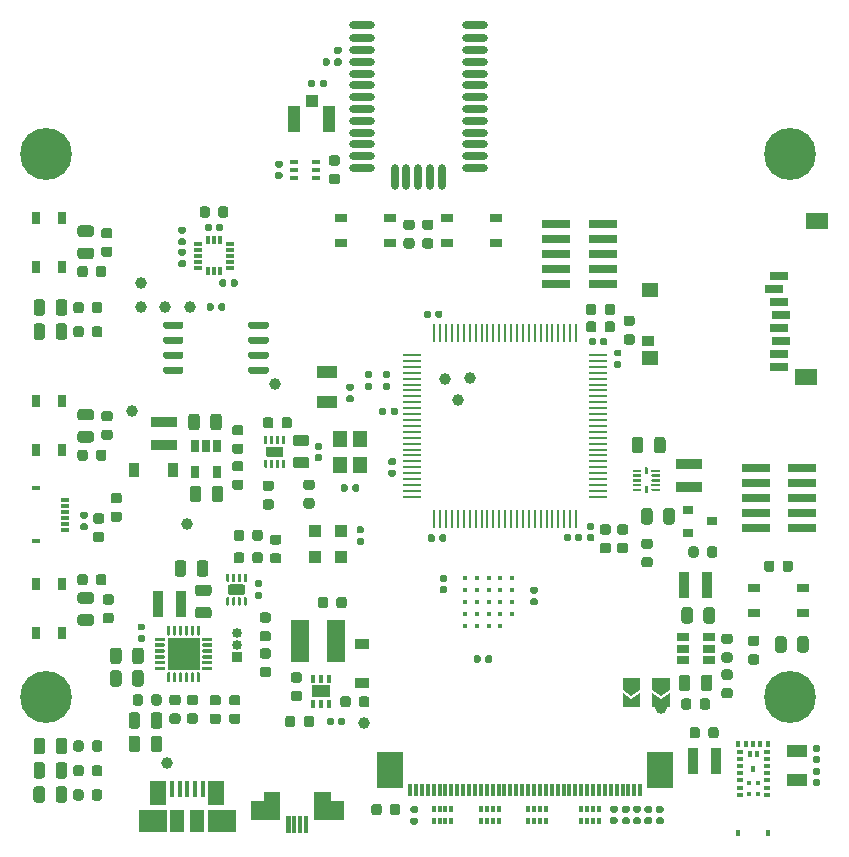
<source format=gbr>
%TF.GenerationSoftware,KiCad,Pcbnew,5.1.9+dfsg1-1~bpo10+1*%
%TF.CreationDate,2021-03-04T00:37:35+00:00*%
%TF.ProjectId,atlas,61746c61-732e-46b6-9963-61645f706362,rev?*%
%TF.SameCoordinates,Original*%
%TF.FileFunction,Soldermask,Top*%
%TF.FilePolarity,Negative*%
%FSLAX46Y46*%
G04 Gerber Fmt 4.6, Leading zero omitted, Abs format (unit mm)*
G04 Created by KiCad (PCBNEW 5.1.9+dfsg1-1~bpo10+1) date 2021-03-04 00:37:35*
%MOMM*%
%LPD*%
G01*
G04 APERTURE LIST*
%ADD10C,0.010000*%
%ADD11R,0.300000X0.550000*%
%ADD12C,0.450000*%
%ADD13R,0.550000X0.300000*%
%ADD14C,0.100000*%
%ADD15C,1.000000*%
%ADD16R,0.650000X0.400000*%
%ADD17R,1.050000X2.200000*%
%ADD18R,1.000000X1.050000*%
%ADD19R,0.900000X0.800000*%
%ADD20R,2.400000X0.740000*%
%ADD21R,1.050000X0.650000*%
%ADD22R,1.800000X1.000000*%
%ADD23C,0.700000*%
%ADD24C,4.400000*%
%ADD25R,0.850000X2.300000*%
%ADD26R,1.500000X0.280000*%
%ADD27R,0.280000X1.500000*%
%ADD28R,0.300000X1.100000*%
%ADD29R,2.300000X3.100000*%
%ADD30R,0.850000X0.850000*%
%ADD31O,0.850000X0.850000*%
%ADD32R,1.200000X1.400000*%
%ADD33R,0.800000X0.300000*%
%ADD34R,0.800000X0.400000*%
%ADD35R,1.500000X0.800000*%
%ADD36R,1.900000X1.400000*%
%ADD37R,1.400000X1.300000*%
%ADD38R,1.000000X0.950000*%
%ADD39R,0.650000X1.050000*%
%ADD40R,0.300000X0.800000*%
%ADD41R,1.000000X1.000000*%
%ADD42R,2.700000X2.700000*%
%ADD43R,1.200000X0.900000*%
%ADD44R,0.900000X1.200000*%
%ADD45R,1.500000X3.600000*%
%ADD46R,0.450000X1.380000*%
%ADD47R,1.475000X2.100000*%
%ADD48R,2.375000X1.900000*%
%ADD49R,1.175000X1.900000*%
%ADD50R,0.350000X0.650000*%
%ADD51R,1.600000X1.000000*%
%ADD52R,1.060000X0.650000*%
%ADD53R,2.300000X0.850000*%
%ADD54O,2.150000X0.700000*%
%ADD55O,0.700000X2.150000*%
%ADD56R,0.650000X1.060000*%
%ADD57C,0.400000*%
%ADD58R,0.320000X0.500000*%
G04 APERTURE END LIST*
D10*
%TO.C,J9*%
G36*
X56850000Y-156750000D02*
G01*
X55550000Y-156750000D01*
X55550000Y-156050000D01*
X56850000Y-156050000D01*
X56850000Y-156750000D01*
G37*
X56850000Y-156750000D02*
X55550000Y-156750000D01*
X55550000Y-156050000D01*
X56850000Y-156050000D01*
X56850000Y-156750000D01*
G36*
X56850000Y-158350000D02*
G01*
X54450000Y-158350000D01*
X54450000Y-156750000D01*
X56850000Y-156750000D01*
X56850000Y-158350000D01*
G37*
X56850000Y-158350000D02*
X54450000Y-158350000D01*
X54450000Y-156750000D01*
X56850000Y-156750000D01*
X56850000Y-158350000D01*
G36*
X62250000Y-158350000D02*
G01*
X59850000Y-158350000D01*
X59850000Y-156750000D01*
X62250000Y-156750000D01*
X62250000Y-158350000D01*
G37*
X62250000Y-158350000D02*
X59850000Y-158350000D01*
X59850000Y-156750000D01*
X62250000Y-156750000D01*
X62250000Y-158350000D01*
G36*
X57750000Y-159450000D02*
G01*
X57450000Y-159450000D01*
X57450000Y-158050000D01*
X57750000Y-158050000D01*
X57750000Y-159450000D01*
G37*
X57750000Y-159450000D02*
X57450000Y-159450000D01*
X57450000Y-158050000D01*
X57750000Y-158050000D01*
X57750000Y-159450000D01*
G36*
X58250000Y-159450000D02*
G01*
X57950000Y-159450000D01*
X57950000Y-158050000D01*
X58250000Y-158050000D01*
X58250000Y-159450000D01*
G37*
X58250000Y-159450000D02*
X57950000Y-159450000D01*
X57950000Y-158050000D01*
X58250000Y-158050000D01*
X58250000Y-159450000D01*
G36*
X58750000Y-159450000D02*
G01*
X58450000Y-159450000D01*
X58450000Y-158050000D01*
X58750000Y-158050000D01*
X58750000Y-159450000D01*
G37*
X58750000Y-159450000D02*
X58450000Y-159450000D01*
X58450000Y-158050000D01*
X58750000Y-158050000D01*
X58750000Y-159450000D01*
G36*
X59250000Y-159450000D02*
G01*
X58950000Y-159450000D01*
X58950000Y-158050000D01*
X59250000Y-158050000D01*
X59250000Y-159450000D01*
G37*
X59250000Y-159450000D02*
X58950000Y-159450000D01*
X58950000Y-158050000D01*
X59250000Y-158050000D01*
X59250000Y-159450000D01*
G36*
X61150000Y-156850000D02*
G01*
X59850000Y-156850000D01*
X59850000Y-156000000D01*
X61150000Y-156000000D01*
X61150000Y-156850000D01*
G37*
X61150000Y-156850000D02*
X59850000Y-156850000D01*
X59850000Y-156000000D01*
X61150000Y-156000000D01*
X61150000Y-156850000D01*
%TD*%
D11*
%TO.C,U7*%
X95750000Y-159525000D03*
X98300000Y-159525000D03*
D12*
X96650000Y-156175000D03*
X97400000Y-156175000D03*
X97400000Y-155275000D03*
X96650000Y-155275000D03*
D11*
X97025000Y-154050000D03*
X96725000Y-152775000D03*
D13*
X95875000Y-156250000D03*
X95875000Y-155650000D03*
X95875000Y-155050000D03*
X95875000Y-154450000D03*
X95875000Y-153850000D03*
X95875000Y-153250000D03*
X98175000Y-156250000D03*
X98175000Y-155650000D03*
X98175000Y-155050000D03*
X98175000Y-154450000D03*
X98175000Y-153850000D03*
X98175000Y-153250000D03*
D11*
X97325000Y-152775000D03*
D13*
X95875000Y-152650000D03*
X98175000Y-152650000D03*
D11*
X98300000Y-151925000D03*
X97625000Y-151925000D03*
X97025000Y-151925000D03*
X96425000Y-151925000D03*
X95750000Y-151925000D03*
%TD*%
%TO.C,R31*%
G36*
G01*
X88927500Y-158165000D02*
X89272500Y-158165000D01*
G75*
G02*
X89420000Y-158312500I0J-147500D01*
G01*
X89420000Y-158607500D01*
G75*
G02*
X89272500Y-158755000I-147500J0D01*
G01*
X88927500Y-158755000D01*
G75*
G02*
X88780000Y-158607500I0J147500D01*
G01*
X88780000Y-158312500D01*
G75*
G02*
X88927500Y-158165000I147500J0D01*
G01*
G37*
G36*
G01*
X88927500Y-157195000D02*
X89272500Y-157195000D01*
G75*
G02*
X89420000Y-157342500I0J-147500D01*
G01*
X89420000Y-157637500D01*
G75*
G02*
X89272500Y-157785000I-147500J0D01*
G01*
X88927500Y-157785000D01*
G75*
G02*
X88780000Y-157637500I0J147500D01*
G01*
X88780000Y-157342500D01*
G75*
G02*
X88927500Y-157195000I147500J0D01*
G01*
G37*
%TD*%
D14*
%TO.C,R24*%
G36*
X86700000Y-147875000D02*
G01*
X85950000Y-147375000D01*
X85950000Y-146375000D01*
X87450000Y-146375000D01*
X87450000Y-147375000D01*
X86700000Y-147875000D01*
G37*
G36*
X85950000Y-148825000D02*
G01*
X85950000Y-147675000D01*
X86700000Y-148175000D01*
X87450000Y-147675000D01*
X87450000Y-148825000D01*
X85950000Y-148825000D01*
G37*
%TD*%
%TO.C,R23*%
G36*
X89200000Y-147875000D02*
G01*
X88450000Y-147375000D01*
X88450000Y-146375000D01*
X89950000Y-146375000D01*
X89950000Y-147375000D01*
X89200000Y-147875000D01*
G37*
G36*
X88450000Y-148825000D02*
G01*
X88450000Y-147675000D01*
X89200000Y-148175000D01*
X89950000Y-147675000D01*
X89950000Y-148825000D01*
X88450000Y-148825000D01*
G37*
%TD*%
D15*
%TO.C,TP1*%
X47400000Y-153550000D03*
%TD*%
%TO.C,TP2*%
X56550000Y-121450000D03*
%TD*%
%TO.C,TP3*%
X44425000Y-123725000D03*
%TD*%
%TO.C,TP4*%
X70950000Y-121025000D03*
%TD*%
%TO.C,TP5*%
X73000000Y-121000000D03*
%TD*%
%TO.C,TP6*%
X49300000Y-114950000D03*
%TD*%
%TO.C,TP7*%
X45200000Y-114950000D03*
%TD*%
%TO.C,TP8*%
X47250000Y-114950000D03*
%TD*%
%TO.C,TP9*%
X89200000Y-148900000D03*
%TD*%
%TO.C,TP10*%
X64050000Y-150200000D03*
%TD*%
%TO.C,TP11*%
X72025000Y-122800000D03*
%TD*%
%TO.C,TP12*%
X45200000Y-112900000D03*
%TD*%
%TO.C,TP13*%
X49050000Y-133300000D03*
%TD*%
%TO.C,R17*%
G36*
G01*
X59656250Y-130450000D02*
X59143750Y-130450000D01*
G75*
G02*
X58925000Y-130231250I0J218750D01*
G01*
X58925000Y-129793750D01*
G75*
G02*
X59143750Y-129575000I218750J0D01*
G01*
X59656250Y-129575000D01*
G75*
G02*
X59875000Y-129793750I0J-218750D01*
G01*
X59875000Y-130231250D01*
G75*
G02*
X59656250Y-130450000I-218750J0D01*
G01*
G37*
G36*
G01*
X59656250Y-132025000D02*
X59143750Y-132025000D01*
G75*
G02*
X58925000Y-131806250I0J218750D01*
G01*
X58925000Y-131368750D01*
G75*
G02*
X59143750Y-131150000I218750J0D01*
G01*
X59656250Y-131150000D01*
G75*
G02*
X59875000Y-131368750I0J-218750D01*
G01*
X59875000Y-131806250D01*
G75*
G02*
X59656250Y-132025000I-218750J0D01*
G01*
G37*
%TD*%
%TO.C,R16*%
G36*
G01*
X56206250Y-130537500D02*
X55693750Y-130537500D01*
G75*
G02*
X55475000Y-130318750I0J218750D01*
G01*
X55475000Y-129881250D01*
G75*
G02*
X55693750Y-129662500I218750J0D01*
G01*
X56206250Y-129662500D01*
G75*
G02*
X56425000Y-129881250I0J-218750D01*
G01*
X56425000Y-130318750D01*
G75*
G02*
X56206250Y-130537500I-218750J0D01*
G01*
G37*
G36*
G01*
X56206250Y-132112500D02*
X55693750Y-132112500D01*
G75*
G02*
X55475000Y-131893750I0J218750D01*
G01*
X55475000Y-131456250D01*
G75*
G02*
X55693750Y-131237500I218750J0D01*
G01*
X56206250Y-131237500D01*
G75*
G02*
X56425000Y-131456250I0J-218750D01*
G01*
X56425000Y-131893750D01*
G75*
G02*
X56206250Y-132112500I-218750J0D01*
G01*
G37*
%TD*%
%TO.C,R10*%
G36*
G01*
X88276250Y-135440000D02*
X87763750Y-135440000D01*
G75*
G02*
X87545000Y-135221250I0J218750D01*
G01*
X87545000Y-134783750D01*
G75*
G02*
X87763750Y-134565000I218750J0D01*
G01*
X88276250Y-134565000D01*
G75*
G02*
X88495000Y-134783750I0J-218750D01*
G01*
X88495000Y-135221250D01*
G75*
G02*
X88276250Y-135440000I-218750J0D01*
G01*
G37*
G36*
G01*
X88276250Y-137015000D02*
X87763750Y-137015000D01*
G75*
G02*
X87545000Y-136796250I0J218750D01*
G01*
X87545000Y-136358750D01*
G75*
G02*
X87763750Y-136140000I218750J0D01*
G01*
X88276250Y-136140000D01*
G75*
G02*
X88495000Y-136358750I0J-218750D01*
G01*
X88495000Y-136796250D01*
G75*
G02*
X88276250Y-137015000I-218750J0D01*
G01*
G37*
%TD*%
%TO.C,L5*%
G36*
G01*
X60320000Y-96217500D02*
X60320000Y-95872500D01*
G75*
G02*
X60467500Y-95725000I147500J0D01*
G01*
X60762500Y-95725000D01*
G75*
G02*
X60910000Y-95872500I0J-147500D01*
G01*
X60910000Y-96217500D01*
G75*
G02*
X60762500Y-96365000I-147500J0D01*
G01*
X60467500Y-96365000D01*
G75*
G02*
X60320000Y-96217500I0J147500D01*
G01*
G37*
G36*
G01*
X59350000Y-96217500D02*
X59350000Y-95872500D01*
G75*
G02*
X59497500Y-95725000I147500J0D01*
G01*
X59792500Y-95725000D01*
G75*
G02*
X59940000Y-95872500I0J-147500D01*
G01*
X59940000Y-96217500D01*
G75*
G02*
X59792500Y-96365000I-147500J0D01*
G01*
X59497500Y-96365000D01*
G75*
G02*
X59350000Y-96217500I0J147500D01*
G01*
G37*
%TD*%
%TO.C,R44*%
G36*
G01*
X61293750Y-103700000D02*
X61806250Y-103700000D01*
G75*
G02*
X62025000Y-103918750I0J-218750D01*
G01*
X62025000Y-104356250D01*
G75*
G02*
X61806250Y-104575000I-218750J0D01*
G01*
X61293750Y-104575000D01*
G75*
G02*
X61075000Y-104356250I0J218750D01*
G01*
X61075000Y-103918750D01*
G75*
G02*
X61293750Y-103700000I218750J0D01*
G01*
G37*
G36*
G01*
X61293750Y-102125000D02*
X61806250Y-102125000D01*
G75*
G02*
X62025000Y-102343750I0J-218750D01*
G01*
X62025000Y-102781250D01*
G75*
G02*
X61806250Y-103000000I-218750J0D01*
G01*
X61293750Y-103000000D01*
G75*
G02*
X61075000Y-102781250I0J218750D01*
G01*
X61075000Y-102343750D01*
G75*
G02*
X61293750Y-102125000I218750J0D01*
G01*
G37*
%TD*%
D16*
%TO.C,Q1*%
X58100000Y-104000000D03*
X58100000Y-102700000D03*
X60000000Y-103350000D03*
X58100000Y-103350000D03*
X60000000Y-102700000D03*
X60000000Y-104000000D03*
%TD*%
%TO.C,R1*%
G36*
G01*
X56677500Y-103540000D02*
X57022500Y-103540000D01*
G75*
G02*
X57170000Y-103687500I0J-147500D01*
G01*
X57170000Y-103982500D01*
G75*
G02*
X57022500Y-104130000I-147500J0D01*
G01*
X56677500Y-104130000D01*
G75*
G02*
X56530000Y-103982500I0J147500D01*
G01*
X56530000Y-103687500D01*
G75*
G02*
X56677500Y-103540000I147500J0D01*
G01*
G37*
G36*
G01*
X56677500Y-102570000D02*
X57022500Y-102570000D01*
G75*
G02*
X57170000Y-102717500I0J-147500D01*
G01*
X57170000Y-103012500D01*
G75*
G02*
X57022500Y-103160000I-147500J0D01*
G01*
X56677500Y-103160000D01*
G75*
G02*
X56530000Y-103012500I0J147500D01*
G01*
X56530000Y-102717500D01*
G75*
G02*
X56677500Y-102570000I147500J0D01*
G01*
G37*
%TD*%
D17*
%TO.C,AE1*%
X61095000Y-99010000D03*
D18*
X59620000Y-97485000D03*
D17*
X58145000Y-99010000D03*
%TD*%
%TO.C,D12*%
G36*
G01*
X99830000Y-143073750D02*
X99830000Y-143986250D01*
G75*
G02*
X99586250Y-144230000I-243750J0D01*
G01*
X99098750Y-144230000D01*
G75*
G02*
X98855000Y-143986250I0J243750D01*
G01*
X98855000Y-143073750D01*
G75*
G02*
X99098750Y-142830000I243750J0D01*
G01*
X99586250Y-142830000D01*
G75*
G02*
X99830000Y-143073750I0J-243750D01*
G01*
G37*
G36*
G01*
X101705000Y-143073750D02*
X101705000Y-143986250D01*
G75*
G02*
X101461250Y-144230000I-243750J0D01*
G01*
X100973750Y-144230000D01*
G75*
G02*
X100730000Y-143986250I0J243750D01*
G01*
X100730000Y-143073750D01*
G75*
G02*
X100973750Y-142830000I243750J0D01*
G01*
X101461250Y-142830000D01*
G75*
G02*
X101705000Y-143073750I0J-243750D01*
G01*
G37*
%TD*%
%TO.C,R7*%
G36*
G01*
X92392500Y-135443750D02*
X92392500Y-135956250D01*
G75*
G02*
X92173750Y-136175000I-218750J0D01*
G01*
X91736250Y-136175000D01*
G75*
G02*
X91517500Y-135956250I0J218750D01*
G01*
X91517500Y-135443750D01*
G75*
G02*
X91736250Y-135225000I218750J0D01*
G01*
X92173750Y-135225000D01*
G75*
G02*
X92392500Y-135443750I0J-218750D01*
G01*
G37*
G36*
G01*
X93967500Y-135443750D02*
X93967500Y-135956250D01*
G75*
G02*
X93748750Y-136175000I-218750J0D01*
G01*
X93311250Y-136175000D01*
G75*
G02*
X93092500Y-135956250I0J218750D01*
G01*
X93092500Y-135443750D01*
G75*
G02*
X93311250Y-135225000I218750J0D01*
G01*
X93748750Y-135225000D01*
G75*
G02*
X93967500Y-135443750I0J-218750D01*
G01*
G37*
%TD*%
D19*
%TO.C,Q2*%
X93530000Y-133110000D03*
X91530000Y-134060000D03*
X91530000Y-132160000D03*
%TD*%
D20*
%TO.C,J4*%
X97210000Y-128620000D03*
X101110000Y-128620000D03*
X97210000Y-129890000D03*
X101110000Y-129890000D03*
X97210000Y-131160000D03*
X101110000Y-131160000D03*
X97210000Y-132430000D03*
X101110000Y-132430000D03*
X97210000Y-133700000D03*
X101110000Y-133700000D03*
%TD*%
%TO.C,R21*%
G36*
G01*
X99500000Y-137166250D02*
X99500000Y-136653750D01*
G75*
G02*
X99718750Y-136435000I218750J0D01*
G01*
X100156250Y-136435000D01*
G75*
G02*
X100375000Y-136653750I0J-218750D01*
G01*
X100375000Y-137166250D01*
G75*
G02*
X100156250Y-137385000I-218750J0D01*
G01*
X99718750Y-137385000D01*
G75*
G02*
X99500000Y-137166250I0J218750D01*
G01*
G37*
G36*
G01*
X97925000Y-137166250D02*
X97925000Y-136653750D01*
G75*
G02*
X98143750Y-136435000I218750J0D01*
G01*
X98581250Y-136435000D01*
G75*
G02*
X98800000Y-136653750I0J-218750D01*
G01*
X98800000Y-137166250D01*
G75*
G02*
X98581250Y-137385000I-218750J0D01*
G01*
X98143750Y-137385000D01*
G75*
G02*
X97925000Y-137166250I0J218750D01*
G01*
G37*
%TD*%
D21*
%TO.C,SW5*%
X101245000Y-140885000D03*
X97095000Y-140885000D03*
X101245000Y-138735000D03*
X97095000Y-138735000D03*
%TD*%
%TO.C,R22*%
G36*
G01*
X97306250Y-143670000D02*
X96793750Y-143670000D01*
G75*
G02*
X96575000Y-143451250I0J218750D01*
G01*
X96575000Y-143013750D01*
G75*
G02*
X96793750Y-142795000I218750J0D01*
G01*
X97306250Y-142795000D01*
G75*
G02*
X97525000Y-143013750I0J-218750D01*
G01*
X97525000Y-143451250D01*
G75*
G02*
X97306250Y-143670000I-218750J0D01*
G01*
G37*
G36*
G01*
X97306250Y-145245000D02*
X96793750Y-145245000D01*
G75*
G02*
X96575000Y-145026250I0J218750D01*
G01*
X96575000Y-144588750D01*
G75*
G02*
X96793750Y-144370000I218750J0D01*
G01*
X97306250Y-144370000D01*
G75*
G02*
X97525000Y-144588750I0J-218750D01*
G01*
X97525000Y-145026250D01*
G75*
G02*
X97306250Y-145245000I-218750J0D01*
G01*
G37*
%TD*%
%TO.C,C28*%
G36*
G01*
X92500000Y-150743750D02*
X92500000Y-151256250D01*
G75*
G02*
X92281250Y-151475000I-218750J0D01*
G01*
X91843750Y-151475000D01*
G75*
G02*
X91625000Y-151256250I0J218750D01*
G01*
X91625000Y-150743750D01*
G75*
G02*
X91843750Y-150525000I218750J0D01*
G01*
X92281250Y-150525000D01*
G75*
G02*
X92500000Y-150743750I0J-218750D01*
G01*
G37*
G36*
G01*
X94075000Y-150743750D02*
X94075000Y-151256250D01*
G75*
G02*
X93856250Y-151475000I-218750J0D01*
G01*
X93418750Y-151475000D01*
G75*
G02*
X93200000Y-151256250I0J218750D01*
G01*
X93200000Y-150743750D01*
G75*
G02*
X93418750Y-150525000I218750J0D01*
G01*
X93856250Y-150525000D01*
G75*
G02*
X94075000Y-150743750I0J-218750D01*
G01*
G37*
%TD*%
%TO.C,C40*%
G36*
G01*
X102192500Y-154945000D02*
X102537500Y-154945000D01*
G75*
G02*
X102685000Y-155092500I0J-147500D01*
G01*
X102685000Y-155387500D01*
G75*
G02*
X102537500Y-155535000I-147500J0D01*
G01*
X102192500Y-155535000D01*
G75*
G02*
X102045000Y-155387500I0J147500D01*
G01*
X102045000Y-155092500D01*
G75*
G02*
X102192500Y-154945000I147500J0D01*
G01*
G37*
G36*
G01*
X102192500Y-153975000D02*
X102537500Y-153975000D01*
G75*
G02*
X102685000Y-154122500I0J-147500D01*
G01*
X102685000Y-154417500D01*
G75*
G02*
X102537500Y-154565000I-147500J0D01*
G01*
X102192500Y-154565000D01*
G75*
G02*
X102045000Y-154417500I0J147500D01*
G01*
X102045000Y-154122500D01*
G75*
G02*
X102192500Y-153975000I147500J0D01*
G01*
G37*
%TD*%
%TO.C,C41*%
G36*
G01*
X102537500Y-152600000D02*
X102192500Y-152600000D01*
G75*
G02*
X102045000Y-152452500I0J147500D01*
G01*
X102045000Y-152157500D01*
G75*
G02*
X102192500Y-152010000I147500J0D01*
G01*
X102537500Y-152010000D01*
G75*
G02*
X102685000Y-152157500I0J-147500D01*
G01*
X102685000Y-152452500D01*
G75*
G02*
X102537500Y-152600000I-147500J0D01*
G01*
G37*
G36*
G01*
X102537500Y-153570000D02*
X102192500Y-153570000D01*
G75*
G02*
X102045000Y-153422500I0J147500D01*
G01*
X102045000Y-153127500D01*
G75*
G02*
X102192500Y-152980000I147500J0D01*
G01*
X102537500Y-152980000D01*
G75*
G02*
X102685000Y-153127500I0J-147500D01*
G01*
X102685000Y-153422500D01*
G75*
G02*
X102537500Y-153570000I-147500J0D01*
G01*
G37*
%TD*%
D22*
%TO.C,Y2*%
X100680000Y-155045000D03*
X100680000Y-152545000D03*
%TD*%
D23*
%TO.C,H4*%
X38316726Y-146833274D03*
X37150000Y-146350000D03*
X35983274Y-146833274D03*
X35500000Y-148000000D03*
X35983274Y-149166726D03*
X37150000Y-149650000D03*
X38316726Y-149166726D03*
X38800000Y-148000000D03*
D24*
X37150000Y-148000000D03*
%TD*%
D23*
%TO.C,H3*%
X101316726Y-100833274D03*
X100150000Y-100350000D03*
X98983274Y-100833274D03*
X98500000Y-102000000D03*
X98983274Y-103166726D03*
X100150000Y-103650000D03*
X101316726Y-103166726D03*
X101800000Y-102000000D03*
D24*
X100150000Y-102000000D03*
%TD*%
D23*
%TO.C,H2*%
X101316726Y-146833274D03*
X100150000Y-146350000D03*
X98983274Y-146833274D03*
X98500000Y-148000000D03*
X98983274Y-149166726D03*
X100150000Y-149650000D03*
X101316726Y-149166726D03*
X101800000Y-148000000D03*
D24*
X100150000Y-148000000D03*
%TD*%
D23*
%TO.C,H1*%
X38316726Y-100833274D03*
X37150000Y-100350000D03*
X35983274Y-100833274D03*
X35500000Y-102000000D03*
X35983274Y-103166726D03*
X37150000Y-103650000D03*
X38316726Y-103166726D03*
X38800000Y-102000000D03*
D24*
X37150000Y-102000000D03*
%TD*%
D25*
%TO.C,L6*%
X93825000Y-153400000D03*
X91875000Y-153400000D03*
%TD*%
D26*
%TO.C,U1*%
X68110000Y-119030000D03*
X68110000Y-119530000D03*
X68110000Y-120030000D03*
X68110000Y-120530000D03*
X68110000Y-121030000D03*
X68110000Y-121530000D03*
X68110000Y-122030000D03*
X68110000Y-122530000D03*
X68110000Y-123030000D03*
X68110000Y-123530000D03*
X68110000Y-124030000D03*
X68110000Y-124530000D03*
X68110000Y-125030000D03*
X68110000Y-125530000D03*
X68110000Y-126030000D03*
X68110000Y-126530000D03*
X68110000Y-127030000D03*
X68110000Y-127530000D03*
X68110000Y-128030000D03*
X68110000Y-128530000D03*
X68110000Y-129030000D03*
X68110000Y-129530000D03*
X68110000Y-130030000D03*
X68110000Y-130530000D03*
X68110000Y-131030000D03*
D27*
X70010000Y-132930000D03*
X70510000Y-132930000D03*
X71010000Y-132930000D03*
X71510000Y-132930000D03*
X72010000Y-132930000D03*
X72510000Y-132930000D03*
X73010000Y-132930000D03*
X73510000Y-132930000D03*
X74010000Y-132930000D03*
X74510000Y-132930000D03*
X75010000Y-132930000D03*
X75510000Y-132930000D03*
X76010000Y-132930000D03*
X76510000Y-132930000D03*
X77010000Y-132930000D03*
X77510000Y-132930000D03*
X78010000Y-132930000D03*
X78510000Y-132930000D03*
X79010000Y-132930000D03*
X79510000Y-132930000D03*
X80010000Y-132930000D03*
X80510000Y-132930000D03*
X81010000Y-132930000D03*
X81510000Y-132930000D03*
X82010000Y-132930000D03*
D26*
X83910000Y-131030000D03*
X83910000Y-130530000D03*
X83910000Y-130030000D03*
X83910000Y-129530000D03*
X83910000Y-129030000D03*
X83910000Y-128530000D03*
X83910000Y-128030000D03*
X83910000Y-127530000D03*
X83910000Y-127030000D03*
X83910000Y-126530000D03*
X83910000Y-126030000D03*
X83910000Y-125530000D03*
X83910000Y-125030000D03*
X83910000Y-124530000D03*
X83910000Y-124030000D03*
X83910000Y-123530000D03*
X83910000Y-123030000D03*
X83910000Y-122530000D03*
X83910000Y-122030000D03*
X83910000Y-121530000D03*
X83910000Y-121030000D03*
X83910000Y-120530000D03*
X83910000Y-120030000D03*
X83910000Y-119530000D03*
X83910000Y-119030000D03*
D27*
X82010000Y-117130000D03*
X81510000Y-117130000D03*
X81010000Y-117130000D03*
X80510000Y-117130000D03*
X80010000Y-117130000D03*
X79510000Y-117130000D03*
X79010000Y-117130000D03*
X78510000Y-117130000D03*
X78010000Y-117130000D03*
X77510000Y-117130000D03*
X77010000Y-117130000D03*
X76510000Y-117130000D03*
X76010000Y-117130000D03*
X75510000Y-117130000D03*
X75010000Y-117130000D03*
X74510000Y-117130000D03*
X74010000Y-117130000D03*
X73510000Y-117130000D03*
X73010000Y-117130000D03*
X72510000Y-117130000D03*
X72010000Y-117130000D03*
X71510000Y-117130000D03*
X71010000Y-117130000D03*
X70510000Y-117130000D03*
X70010000Y-117130000D03*
%TD*%
%TO.C,C42*%
G36*
G01*
X85027500Y-157180000D02*
X85372500Y-157180000D01*
G75*
G02*
X85520000Y-157327500I0J-147500D01*
G01*
X85520000Y-157622500D01*
G75*
G02*
X85372500Y-157770000I-147500J0D01*
G01*
X85027500Y-157770000D01*
G75*
G02*
X84880000Y-157622500I0J147500D01*
G01*
X84880000Y-157327500D01*
G75*
G02*
X85027500Y-157180000I147500J0D01*
G01*
G37*
G36*
G01*
X85027500Y-158150000D02*
X85372500Y-158150000D01*
G75*
G02*
X85520000Y-158297500I0J-147500D01*
G01*
X85520000Y-158592500D01*
G75*
G02*
X85372500Y-158740000I-147500J0D01*
G01*
X85027500Y-158740000D01*
G75*
G02*
X84880000Y-158592500I0J147500D01*
G01*
X84880000Y-158297500D01*
G75*
G02*
X85027500Y-158150000I147500J0D01*
G01*
G37*
%TD*%
%TO.C,C53*%
G36*
G01*
X90910000Y-148836250D02*
X90910000Y-148323750D01*
G75*
G02*
X91128750Y-148105000I218750J0D01*
G01*
X91566250Y-148105000D01*
G75*
G02*
X91785000Y-148323750I0J-218750D01*
G01*
X91785000Y-148836250D01*
G75*
G02*
X91566250Y-149055000I-218750J0D01*
G01*
X91128750Y-149055000D01*
G75*
G02*
X90910000Y-148836250I0J218750D01*
G01*
G37*
G36*
G01*
X92485000Y-148836250D02*
X92485000Y-148323750D01*
G75*
G02*
X92703750Y-148105000I218750J0D01*
G01*
X93141250Y-148105000D01*
G75*
G02*
X93360000Y-148323750I0J-218750D01*
G01*
X93360000Y-148836250D01*
G75*
G02*
X93141250Y-149055000I-218750J0D01*
G01*
X92703750Y-149055000D01*
G75*
G02*
X92485000Y-148836250I0J218750D01*
G01*
G37*
%TD*%
%TO.C,C21*%
G36*
G01*
X64606500Y-121972000D02*
X64261500Y-121972000D01*
G75*
G02*
X64114000Y-121824500I0J147500D01*
G01*
X64114000Y-121529500D01*
G75*
G02*
X64261500Y-121382000I147500J0D01*
G01*
X64606500Y-121382000D01*
G75*
G02*
X64754000Y-121529500I0J-147500D01*
G01*
X64754000Y-121824500D01*
G75*
G02*
X64606500Y-121972000I-147500J0D01*
G01*
G37*
G36*
G01*
X64606500Y-121002000D02*
X64261500Y-121002000D01*
G75*
G02*
X64114000Y-120854500I0J147500D01*
G01*
X64114000Y-120559500D01*
G75*
G02*
X64261500Y-120412000I147500J0D01*
G01*
X64606500Y-120412000D01*
G75*
G02*
X64754000Y-120559500I0J-147500D01*
G01*
X64754000Y-120854500D01*
G75*
G02*
X64606500Y-121002000I-147500J0D01*
G01*
G37*
%TD*%
%TO.C,C19*%
G36*
G01*
X62711500Y-121462000D02*
X63056500Y-121462000D01*
G75*
G02*
X63204000Y-121609500I0J-147500D01*
G01*
X63204000Y-121904500D01*
G75*
G02*
X63056500Y-122052000I-147500J0D01*
G01*
X62711500Y-122052000D01*
G75*
G02*
X62564000Y-121904500I0J147500D01*
G01*
X62564000Y-121609500D01*
G75*
G02*
X62711500Y-121462000I147500J0D01*
G01*
G37*
G36*
G01*
X62711500Y-122432000D02*
X63056500Y-122432000D01*
G75*
G02*
X63204000Y-122579500I0J-147500D01*
G01*
X63204000Y-122874500D01*
G75*
G02*
X63056500Y-123022000I-147500J0D01*
G01*
X62711500Y-123022000D01*
G75*
G02*
X62564000Y-122874500I0J147500D01*
G01*
X62564000Y-122579500D01*
G75*
G02*
X62711500Y-122432000I147500J0D01*
G01*
G37*
%TD*%
%TO.C,C3*%
G36*
G01*
X62092000Y-130472500D02*
X62092000Y-130127500D01*
G75*
G02*
X62239500Y-129980000I147500J0D01*
G01*
X62534500Y-129980000D01*
G75*
G02*
X62682000Y-130127500I0J-147500D01*
G01*
X62682000Y-130472500D01*
G75*
G02*
X62534500Y-130620000I-147500J0D01*
G01*
X62239500Y-130620000D01*
G75*
G02*
X62092000Y-130472500I0J147500D01*
G01*
G37*
G36*
G01*
X63062000Y-130472500D02*
X63062000Y-130127500D01*
G75*
G02*
X63209500Y-129980000I147500J0D01*
G01*
X63504500Y-129980000D01*
G75*
G02*
X63652000Y-130127500I0J-147500D01*
G01*
X63652000Y-130472500D01*
G75*
G02*
X63504500Y-130620000I-147500J0D01*
G01*
X63209500Y-130620000D01*
G75*
G02*
X63062000Y-130472500I0J147500D01*
G01*
G37*
%TD*%
%TO.C,C1*%
G36*
G01*
X60370500Y-128034000D02*
X60025500Y-128034000D01*
G75*
G02*
X59878000Y-127886500I0J147500D01*
G01*
X59878000Y-127591500D01*
G75*
G02*
X60025500Y-127444000I147500J0D01*
G01*
X60370500Y-127444000D01*
G75*
G02*
X60518000Y-127591500I0J-147500D01*
G01*
X60518000Y-127886500D01*
G75*
G02*
X60370500Y-128034000I-147500J0D01*
G01*
G37*
G36*
G01*
X60370500Y-127064000D02*
X60025500Y-127064000D01*
G75*
G02*
X59878000Y-126916500I0J147500D01*
G01*
X59878000Y-126621500D01*
G75*
G02*
X60025500Y-126474000I147500J0D01*
G01*
X60370500Y-126474000D01*
G75*
G02*
X60518000Y-126621500I0J-147500D01*
G01*
X60518000Y-126916500D01*
G75*
G02*
X60370500Y-127064000I-147500J0D01*
G01*
G37*
%TD*%
%TO.C,R82*%
G36*
G01*
X86397500Y-158755000D02*
X86052500Y-158755000D01*
G75*
G02*
X85905000Y-158607500I0J147500D01*
G01*
X85905000Y-158312500D01*
G75*
G02*
X86052500Y-158165000I147500J0D01*
G01*
X86397500Y-158165000D01*
G75*
G02*
X86545000Y-158312500I0J-147500D01*
G01*
X86545000Y-158607500D01*
G75*
G02*
X86397500Y-158755000I-147500J0D01*
G01*
G37*
G36*
G01*
X86397500Y-157785000D02*
X86052500Y-157785000D01*
G75*
G02*
X85905000Y-157637500I0J147500D01*
G01*
X85905000Y-157342500D01*
G75*
G02*
X86052500Y-157195000I147500J0D01*
G01*
X86397500Y-157195000D01*
G75*
G02*
X86545000Y-157342500I0J-147500D01*
G01*
X86545000Y-157637500D01*
G75*
G02*
X86397500Y-157785000I-147500J0D01*
G01*
G37*
%TD*%
%TO.C,R84*%
G36*
G01*
X88297500Y-158755000D02*
X87952500Y-158755000D01*
G75*
G02*
X87805000Y-158607500I0J147500D01*
G01*
X87805000Y-158312500D01*
G75*
G02*
X87952500Y-158165000I147500J0D01*
G01*
X88297500Y-158165000D01*
G75*
G02*
X88445000Y-158312500I0J-147500D01*
G01*
X88445000Y-158607500D01*
G75*
G02*
X88297500Y-158755000I-147500J0D01*
G01*
G37*
G36*
G01*
X88297500Y-157785000D02*
X87952500Y-157785000D01*
G75*
G02*
X87805000Y-157637500I0J147500D01*
G01*
X87805000Y-157342500D01*
G75*
G02*
X87952500Y-157195000I147500J0D01*
G01*
X88297500Y-157195000D01*
G75*
G02*
X88445000Y-157342500I0J-147500D01*
G01*
X88445000Y-157637500D01*
G75*
G02*
X88297500Y-157785000I-147500J0D01*
G01*
G37*
%TD*%
%TO.C,R83*%
G36*
G01*
X87347500Y-158755000D02*
X87002500Y-158755000D01*
G75*
G02*
X86855000Y-158607500I0J147500D01*
G01*
X86855000Y-158312500D01*
G75*
G02*
X87002500Y-158165000I147500J0D01*
G01*
X87347500Y-158165000D01*
G75*
G02*
X87495000Y-158312500I0J-147500D01*
G01*
X87495000Y-158607500D01*
G75*
G02*
X87347500Y-158755000I-147500J0D01*
G01*
G37*
G36*
G01*
X87347500Y-157785000D02*
X87002500Y-157785000D01*
G75*
G02*
X86855000Y-157637500I0J147500D01*
G01*
X86855000Y-157342500D01*
G75*
G02*
X87002500Y-157195000I147500J0D01*
G01*
X87347500Y-157195000D01*
G75*
G02*
X87495000Y-157342500I0J-147500D01*
G01*
X87495000Y-157637500D01*
G75*
G02*
X87347500Y-157785000I-147500J0D01*
G01*
G37*
%TD*%
D28*
%TO.C,J7*%
X87450000Y-155875000D03*
X86950000Y-155875000D03*
X86450000Y-155875000D03*
X85950000Y-155875000D03*
X85450000Y-155875000D03*
X84950000Y-155875000D03*
X84450000Y-155875000D03*
X83950000Y-155875000D03*
X83450000Y-155875000D03*
X82950000Y-155875000D03*
X82450000Y-155875000D03*
X81950000Y-155875000D03*
X81450000Y-155875000D03*
X80950000Y-155875000D03*
X80450000Y-155875000D03*
X79950000Y-155875000D03*
X79450000Y-155875000D03*
X78950000Y-155875000D03*
X78450000Y-155875000D03*
X77950000Y-155875000D03*
X77450000Y-155875000D03*
X76950000Y-155875000D03*
X76450000Y-155875000D03*
X75950000Y-155875000D03*
X75450000Y-155875000D03*
X74950000Y-155875000D03*
X74450000Y-155875000D03*
X73950000Y-155875000D03*
X73450000Y-155875000D03*
X72950000Y-155875000D03*
X72450000Y-155875000D03*
X71950000Y-155875000D03*
X71450000Y-155875000D03*
X70950000Y-155875000D03*
X70450000Y-155875000D03*
X69950000Y-155875000D03*
X69450000Y-155875000D03*
X68950000Y-155875000D03*
X68450000Y-155875000D03*
X67950000Y-155875000D03*
D29*
X66280000Y-154175000D03*
X89120000Y-154175000D03*
%TD*%
D30*
%TO.C,J5*%
X53280000Y-144570000D03*
D31*
X53280000Y-143570000D03*
X53280000Y-142570000D03*
%TD*%
%TO.C,C18*%
G36*
G01*
X46975000Y-151493750D02*
X46975000Y-152406250D01*
G75*
G02*
X46731250Y-152650000I-243750J0D01*
G01*
X46243750Y-152650000D01*
G75*
G02*
X46000000Y-152406250I0J243750D01*
G01*
X46000000Y-151493750D01*
G75*
G02*
X46243750Y-151250000I243750J0D01*
G01*
X46731250Y-151250000D01*
G75*
G02*
X46975000Y-151493750I0J-243750D01*
G01*
G37*
G36*
G01*
X45100000Y-151493750D02*
X45100000Y-152406250D01*
G75*
G02*
X44856250Y-152650000I-243750J0D01*
G01*
X44368750Y-152650000D01*
G75*
G02*
X44125000Y-152406250I0J243750D01*
G01*
X44125000Y-151493750D01*
G75*
G02*
X44368750Y-151250000I243750J0D01*
G01*
X44856250Y-151250000D01*
G75*
G02*
X45100000Y-151493750I0J-243750D01*
G01*
G37*
%TD*%
%TO.C,R3*%
G36*
G01*
X41333750Y-132425000D02*
X41846250Y-132425000D01*
G75*
G02*
X42065000Y-132643750I0J-218750D01*
G01*
X42065000Y-133081250D01*
G75*
G02*
X41846250Y-133300000I-218750J0D01*
G01*
X41333750Y-133300000D01*
G75*
G02*
X41115000Y-133081250I0J218750D01*
G01*
X41115000Y-132643750D01*
G75*
G02*
X41333750Y-132425000I218750J0D01*
G01*
G37*
G36*
G01*
X41333750Y-134000000D02*
X41846250Y-134000000D01*
G75*
G02*
X42065000Y-134218750I0J-218750D01*
G01*
X42065000Y-134656250D01*
G75*
G02*
X41846250Y-134875000I-218750J0D01*
G01*
X41333750Y-134875000D01*
G75*
G02*
X41115000Y-134656250I0J218750D01*
G01*
X41115000Y-134218750D01*
G75*
G02*
X41333750Y-134000000I218750J0D01*
G01*
G37*
%TD*%
D32*
%TO.C,Y1*%
X63722000Y-128354000D03*
X63722000Y-126154000D03*
X62022000Y-126154000D03*
X62022000Y-128354000D03*
%TD*%
D22*
%TO.C,Y4*%
X60884000Y-122967000D03*
X60884000Y-120467000D03*
%TD*%
D33*
%TO.C,J3*%
X38780000Y-133815000D03*
X38780000Y-133315000D03*
X38780000Y-132815000D03*
X38780000Y-132315000D03*
X38780000Y-131815000D03*
X38780000Y-131315000D03*
D34*
X36280000Y-130315000D03*
X36280000Y-134815000D03*
%TD*%
D35*
%TO.C,J6*%
X99160000Y-112360000D03*
X98760000Y-113460000D03*
X99160000Y-114560000D03*
X99360000Y-115660000D03*
X99160000Y-116760000D03*
X99360000Y-117860000D03*
X99160000Y-118960000D03*
D36*
X102450000Y-107700000D03*
D37*
X88300000Y-113550000D03*
D38*
X88100000Y-117860000D03*
D37*
X88300000Y-119250000D03*
D36*
X101450000Y-120850000D03*
D35*
X99160000Y-120060000D03*
%TD*%
%TO.C,U6*%
G36*
G01*
X89095000Y-130140000D02*
X88445000Y-130140000D01*
G75*
G02*
X88395000Y-130090000I0J50000D01*
G01*
X88395000Y-129990000D01*
G75*
G02*
X88445000Y-129940000I50000J0D01*
G01*
X89095000Y-129940000D01*
G75*
G02*
X89145000Y-129990000I0J-50000D01*
G01*
X89145000Y-130090000D01*
G75*
G02*
X89095000Y-130140000I-50000J0D01*
G01*
G37*
G36*
G01*
X89095000Y-129740000D02*
X88445000Y-129740000D01*
G75*
G02*
X88395000Y-129690000I0J50000D01*
G01*
X88395000Y-129590000D01*
G75*
G02*
X88445000Y-129540000I50000J0D01*
G01*
X89095000Y-129540000D01*
G75*
G02*
X89145000Y-129590000I0J-50000D01*
G01*
X89145000Y-129690000D01*
G75*
G02*
X89095000Y-129740000I-50000J0D01*
G01*
G37*
G36*
G01*
X89095000Y-129340000D02*
X88445000Y-129340000D01*
G75*
G02*
X88395000Y-129290000I0J50000D01*
G01*
X88395000Y-129190000D01*
G75*
G02*
X88445000Y-129140000I50000J0D01*
G01*
X89095000Y-129140000D01*
G75*
G02*
X89145000Y-129190000I0J-50000D01*
G01*
X89145000Y-129290000D01*
G75*
G02*
X89095000Y-129340000I-50000J0D01*
G01*
G37*
G36*
G01*
X87495000Y-129340000D02*
X86845000Y-129340000D01*
G75*
G02*
X86795000Y-129290000I0J50000D01*
G01*
X86795000Y-129190000D01*
G75*
G02*
X86845000Y-129140000I50000J0D01*
G01*
X87495000Y-129140000D01*
G75*
G02*
X87545000Y-129190000I0J-50000D01*
G01*
X87545000Y-129290000D01*
G75*
G02*
X87495000Y-129340000I-50000J0D01*
G01*
G37*
G36*
G01*
X87495000Y-129740000D02*
X86845000Y-129740000D01*
G75*
G02*
X86795000Y-129690000I0J50000D01*
G01*
X86795000Y-129590000D01*
G75*
G02*
X86845000Y-129540000I50000J0D01*
G01*
X87495000Y-129540000D01*
G75*
G02*
X87545000Y-129590000I0J-50000D01*
G01*
X87545000Y-129690000D01*
G75*
G02*
X87495000Y-129740000I-50000J0D01*
G01*
G37*
G36*
G01*
X87495000Y-130140000D02*
X86845000Y-130140000D01*
G75*
G02*
X86795000Y-130090000I0J50000D01*
G01*
X86795000Y-129990000D01*
G75*
G02*
X86845000Y-129940000I50000J0D01*
G01*
X87495000Y-129940000D01*
G75*
G02*
X87545000Y-129990000I0J-50000D01*
G01*
X87545000Y-130090000D01*
G75*
G02*
X87495000Y-130140000I-50000J0D01*
G01*
G37*
G36*
G01*
X87495000Y-130540000D02*
X86845000Y-130540000D01*
G75*
G02*
X86795000Y-130490000I0J50000D01*
G01*
X86795000Y-130390000D01*
G75*
G02*
X86845000Y-130340000I50000J0D01*
G01*
X87495000Y-130340000D01*
G75*
G02*
X87545000Y-130390000I0J-50000D01*
G01*
X87545000Y-130490000D01*
G75*
G02*
X87495000Y-130540000I-50000J0D01*
G01*
G37*
G36*
G01*
X87495000Y-128940000D02*
X86845000Y-128940000D01*
G75*
G02*
X86795000Y-128890000I0J50000D01*
G01*
X86795000Y-128790000D01*
G75*
G02*
X86845000Y-128740000I50000J0D01*
G01*
X87495000Y-128740000D01*
G75*
G02*
X87545000Y-128790000I0J-50000D01*
G01*
X87545000Y-128890000D01*
G75*
G02*
X87495000Y-128940000I-50000J0D01*
G01*
G37*
G36*
G01*
X89095000Y-130540000D02*
X88445000Y-130540000D01*
G75*
G02*
X88395000Y-130490000I0J50000D01*
G01*
X88395000Y-130390000D01*
G75*
G02*
X88445000Y-130340000I50000J0D01*
G01*
X89095000Y-130340000D01*
G75*
G02*
X89145000Y-130390000I0J-50000D01*
G01*
X89145000Y-130490000D01*
G75*
G02*
X89095000Y-130540000I-50000J0D01*
G01*
G37*
G36*
G01*
X89095000Y-128940000D02*
X88445000Y-128940000D01*
G75*
G02*
X88395000Y-128890000I0J50000D01*
G01*
X88395000Y-128790000D01*
G75*
G02*
X88445000Y-128740000I50000J0D01*
G01*
X89095000Y-128740000D01*
G75*
G02*
X89145000Y-128790000I0J-50000D01*
G01*
X89145000Y-128890000D01*
G75*
G02*
X89095000Y-128940000I-50000J0D01*
G01*
G37*
G36*
G01*
X88120000Y-128615000D02*
X88120000Y-129065000D01*
G75*
G02*
X88045000Y-129140000I-75000J0D01*
G01*
X87895000Y-129140000D01*
G75*
G02*
X87820000Y-129065000I0J75000D01*
G01*
X87820000Y-128615000D01*
G75*
G02*
X87895000Y-128540000I75000J0D01*
G01*
X88045000Y-128540000D01*
G75*
G02*
X88120000Y-128615000I0J-75000D01*
G01*
G37*
G36*
G01*
X88120000Y-130215000D02*
X88120000Y-130665000D01*
G75*
G02*
X88045000Y-130740000I-75000J0D01*
G01*
X87895000Y-130740000D01*
G75*
G02*
X87820000Y-130665000I0J75000D01*
G01*
X87820000Y-130215000D01*
G75*
G02*
X87895000Y-130140000I75000J0D01*
G01*
X88045000Y-130140000D01*
G75*
G02*
X88120000Y-130215000I0J-75000D01*
G01*
G37*
%TD*%
D21*
%TO.C,SW3*%
X66235000Y-109575000D03*
X62085000Y-109575000D03*
X66235000Y-107425000D03*
X62085000Y-107425000D03*
%TD*%
D39*
%TO.C,SW7*%
X38475000Y-122925000D03*
X38475000Y-127075000D03*
X36325000Y-122925000D03*
X36325000Y-127075000D03*
%TD*%
%TO.C,SW4*%
X36325000Y-142585000D03*
X36325000Y-138435000D03*
X38475000Y-142585000D03*
X38475000Y-138435000D03*
%TD*%
D21*
%TO.C,SW2*%
X71085000Y-107425000D03*
X75235000Y-107425000D03*
X71085000Y-109575000D03*
X75235000Y-109575000D03*
%TD*%
D39*
%TO.C,SW1*%
X36325000Y-111575000D03*
X36325000Y-107425000D03*
X38475000Y-111575000D03*
X38475000Y-107425000D03*
%TD*%
D33*
%TO.C,U18*%
X50040000Y-109625000D03*
X50040000Y-110125000D03*
X50040000Y-110625000D03*
X50040000Y-111125000D03*
X50040000Y-111625000D03*
D40*
X50865000Y-111950000D03*
X51365000Y-111950000D03*
X51865000Y-111950000D03*
D33*
X52690000Y-111625000D03*
X52690000Y-111125000D03*
X52690000Y-110625000D03*
X52690000Y-110125000D03*
X52690000Y-109625000D03*
D40*
X51865000Y-109300000D03*
X51365000Y-109300000D03*
X50865000Y-109300000D03*
%TD*%
%TO.C,U5*%
G36*
G01*
X47040000Y-116645000D02*
X47040000Y-116345000D01*
G75*
G02*
X47190000Y-116195000I150000J0D01*
G01*
X48615000Y-116195000D01*
G75*
G02*
X48765000Y-116345000I0J-150000D01*
G01*
X48765000Y-116645000D01*
G75*
G02*
X48615000Y-116795000I-150000J0D01*
G01*
X47190000Y-116795000D01*
G75*
G02*
X47040000Y-116645000I0J150000D01*
G01*
G37*
G36*
G01*
X47040000Y-117915000D02*
X47040000Y-117615000D01*
G75*
G02*
X47190000Y-117465000I150000J0D01*
G01*
X48615000Y-117465000D01*
G75*
G02*
X48765000Y-117615000I0J-150000D01*
G01*
X48765000Y-117915000D01*
G75*
G02*
X48615000Y-118065000I-150000J0D01*
G01*
X47190000Y-118065000D01*
G75*
G02*
X47040000Y-117915000I0J150000D01*
G01*
G37*
G36*
G01*
X47040000Y-119185000D02*
X47040000Y-118885000D01*
G75*
G02*
X47190000Y-118735000I150000J0D01*
G01*
X48615000Y-118735000D01*
G75*
G02*
X48765000Y-118885000I0J-150000D01*
G01*
X48765000Y-119185000D01*
G75*
G02*
X48615000Y-119335000I-150000J0D01*
G01*
X47190000Y-119335000D01*
G75*
G02*
X47040000Y-119185000I0J150000D01*
G01*
G37*
G36*
G01*
X47040000Y-120455000D02*
X47040000Y-120155000D01*
G75*
G02*
X47190000Y-120005000I150000J0D01*
G01*
X48615000Y-120005000D01*
G75*
G02*
X48765000Y-120155000I0J-150000D01*
G01*
X48765000Y-120455000D01*
G75*
G02*
X48615000Y-120605000I-150000J0D01*
G01*
X47190000Y-120605000D01*
G75*
G02*
X47040000Y-120455000I0J150000D01*
G01*
G37*
G36*
G01*
X54265000Y-120455000D02*
X54265000Y-120155000D01*
G75*
G02*
X54415000Y-120005000I150000J0D01*
G01*
X55840000Y-120005000D01*
G75*
G02*
X55990000Y-120155000I0J-150000D01*
G01*
X55990000Y-120455000D01*
G75*
G02*
X55840000Y-120605000I-150000J0D01*
G01*
X54415000Y-120605000D01*
G75*
G02*
X54265000Y-120455000I0J150000D01*
G01*
G37*
G36*
G01*
X54265000Y-119185000D02*
X54265000Y-118885000D01*
G75*
G02*
X54415000Y-118735000I150000J0D01*
G01*
X55840000Y-118735000D01*
G75*
G02*
X55990000Y-118885000I0J-150000D01*
G01*
X55990000Y-119185000D01*
G75*
G02*
X55840000Y-119335000I-150000J0D01*
G01*
X54415000Y-119335000D01*
G75*
G02*
X54265000Y-119185000I0J150000D01*
G01*
G37*
G36*
G01*
X54265000Y-117915000D02*
X54265000Y-117615000D01*
G75*
G02*
X54415000Y-117465000I150000J0D01*
G01*
X55840000Y-117465000D01*
G75*
G02*
X55990000Y-117615000I0J-150000D01*
G01*
X55990000Y-117915000D01*
G75*
G02*
X55840000Y-118065000I-150000J0D01*
G01*
X54415000Y-118065000D01*
G75*
G02*
X54265000Y-117915000I0J150000D01*
G01*
G37*
G36*
G01*
X54265000Y-116645000D02*
X54265000Y-116345000D01*
G75*
G02*
X54415000Y-116195000I150000J0D01*
G01*
X55840000Y-116195000D01*
G75*
G02*
X55990000Y-116345000I0J-150000D01*
G01*
X55990000Y-116645000D01*
G75*
G02*
X55840000Y-116795000I-150000J0D01*
G01*
X54415000Y-116795000D01*
G75*
G02*
X54265000Y-116645000I0J150000D01*
G01*
G37*
%TD*%
D41*
%TO.C,U14*%
X62085000Y-136095000D03*
X59885000Y-136095000D03*
X59885000Y-133895000D03*
X62085000Y-133895000D03*
%TD*%
%TO.C,R51*%
G36*
G01*
X60560000Y-94407500D02*
X60560000Y-94062500D01*
G75*
G02*
X60707500Y-93915000I147500J0D01*
G01*
X61002500Y-93915000D01*
G75*
G02*
X61150000Y-94062500I0J-147500D01*
G01*
X61150000Y-94407500D01*
G75*
G02*
X61002500Y-94555000I-147500J0D01*
G01*
X60707500Y-94555000D01*
G75*
G02*
X60560000Y-94407500I0J147500D01*
G01*
G37*
G36*
G01*
X61530000Y-94407500D02*
X61530000Y-94062500D01*
G75*
G02*
X61677500Y-93915000I147500J0D01*
G01*
X61972500Y-93915000D01*
G75*
G02*
X62120000Y-94062500I0J-147500D01*
G01*
X62120000Y-94407500D01*
G75*
G02*
X61972500Y-94555000I-147500J0D01*
G01*
X61677500Y-94555000D01*
G75*
G02*
X61530000Y-94407500I0J147500D01*
G01*
G37*
%TD*%
%TO.C,R46*%
G36*
G01*
X61677500Y-92945000D02*
X62022500Y-92945000D01*
G75*
G02*
X62170000Y-93092500I0J-147500D01*
G01*
X62170000Y-93387500D01*
G75*
G02*
X62022500Y-93535000I-147500J0D01*
G01*
X61677500Y-93535000D01*
G75*
G02*
X61530000Y-93387500I0J147500D01*
G01*
X61530000Y-93092500D01*
G75*
G02*
X61677500Y-92945000I147500J0D01*
G01*
G37*
G36*
G01*
X61677500Y-93915000D02*
X62022500Y-93915000D01*
G75*
G02*
X62170000Y-94062500I0J-147500D01*
G01*
X62170000Y-94357500D01*
G75*
G02*
X62022500Y-94505000I-147500J0D01*
G01*
X61677500Y-94505000D01*
G75*
G02*
X61530000Y-94357500I0J147500D01*
G01*
X61530000Y-94062500D01*
G75*
G02*
X61677500Y-93915000I147500J0D01*
G01*
G37*
%TD*%
%TO.C,C50*%
G36*
G01*
X52580000Y-106663750D02*
X52580000Y-107176250D01*
G75*
G02*
X52361250Y-107395000I-218750J0D01*
G01*
X51923750Y-107395000D01*
G75*
G02*
X51705000Y-107176250I0J218750D01*
G01*
X51705000Y-106663750D01*
G75*
G02*
X51923750Y-106445000I218750J0D01*
G01*
X52361250Y-106445000D01*
G75*
G02*
X52580000Y-106663750I0J-218750D01*
G01*
G37*
G36*
G01*
X51005000Y-106663750D02*
X51005000Y-107176250D01*
G75*
G02*
X50786250Y-107395000I-218750J0D01*
G01*
X50348750Y-107395000D01*
G75*
G02*
X50130000Y-107176250I0J218750D01*
G01*
X50130000Y-106663750D01*
G75*
G02*
X50348750Y-106445000I218750J0D01*
G01*
X50786250Y-106445000D01*
G75*
G02*
X51005000Y-106663750I0J-218750D01*
G01*
G37*
%TD*%
%TO.C,R33*%
G36*
G01*
X39795000Y-127766250D02*
X39795000Y-127253750D01*
G75*
G02*
X40013750Y-127035000I218750J0D01*
G01*
X40451250Y-127035000D01*
G75*
G02*
X40670000Y-127253750I0J-218750D01*
G01*
X40670000Y-127766250D01*
G75*
G02*
X40451250Y-127985000I-218750J0D01*
G01*
X40013750Y-127985000D01*
G75*
G02*
X39795000Y-127766250I0J218750D01*
G01*
G37*
G36*
G01*
X41370000Y-127766250D02*
X41370000Y-127253750D01*
G75*
G02*
X41588750Y-127035000I218750J0D01*
G01*
X42026250Y-127035000D01*
G75*
G02*
X42245000Y-127253750I0J-218750D01*
G01*
X42245000Y-127766250D01*
G75*
G02*
X42026250Y-127985000I-218750J0D01*
G01*
X41588750Y-127985000D01*
G75*
G02*
X41370000Y-127766250I0J218750D01*
G01*
G37*
%TD*%
%TO.C,R18*%
G36*
G01*
X42556250Y-126225000D02*
X42043750Y-126225000D01*
G75*
G02*
X41825000Y-126006250I0J218750D01*
G01*
X41825000Y-125568750D01*
G75*
G02*
X42043750Y-125350000I218750J0D01*
G01*
X42556250Y-125350000D01*
G75*
G02*
X42775000Y-125568750I0J-218750D01*
G01*
X42775000Y-126006250D01*
G75*
G02*
X42556250Y-126225000I-218750J0D01*
G01*
G37*
G36*
G01*
X42556250Y-124650000D02*
X42043750Y-124650000D01*
G75*
G02*
X41825000Y-124431250I0J218750D01*
G01*
X41825000Y-123993750D01*
G75*
G02*
X42043750Y-123775000I218750J0D01*
G01*
X42556250Y-123775000D01*
G75*
G02*
X42775000Y-123993750I0J-218750D01*
G01*
X42775000Y-124431250D01*
G75*
G02*
X42556250Y-124650000I-218750J0D01*
G01*
G37*
%TD*%
%TO.C,D5*%
G36*
G01*
X40951250Y-124570000D02*
X40038750Y-124570000D01*
G75*
G02*
X39795000Y-124326250I0J243750D01*
G01*
X39795000Y-123838750D01*
G75*
G02*
X40038750Y-123595000I243750J0D01*
G01*
X40951250Y-123595000D01*
G75*
G02*
X41195000Y-123838750I0J-243750D01*
G01*
X41195000Y-124326250D01*
G75*
G02*
X40951250Y-124570000I-243750J0D01*
G01*
G37*
G36*
G01*
X40951250Y-126445000D02*
X40038750Y-126445000D01*
G75*
G02*
X39795000Y-126201250I0J243750D01*
G01*
X39795000Y-125713750D01*
G75*
G02*
X40038750Y-125470000I243750J0D01*
G01*
X40951250Y-125470000D01*
G75*
G02*
X41195000Y-125713750I0J-243750D01*
G01*
X41195000Y-126201250D01*
G75*
G02*
X40951250Y-126445000I-243750J0D01*
G01*
G37*
%TD*%
%TO.C,C65*%
G36*
G01*
X51810000Y-113102500D02*
X51810000Y-112757500D01*
G75*
G02*
X51957500Y-112610000I147500J0D01*
G01*
X52252500Y-112610000D01*
G75*
G02*
X52400000Y-112757500I0J-147500D01*
G01*
X52400000Y-113102500D01*
G75*
G02*
X52252500Y-113250000I-147500J0D01*
G01*
X51957500Y-113250000D01*
G75*
G02*
X51810000Y-113102500I0J147500D01*
G01*
G37*
G36*
G01*
X52780000Y-113102500D02*
X52780000Y-112757500D01*
G75*
G02*
X52927500Y-112610000I147500J0D01*
G01*
X53222500Y-112610000D01*
G75*
G02*
X53370000Y-112757500I0J-147500D01*
G01*
X53370000Y-113102500D01*
G75*
G02*
X53222500Y-113250000I-147500J0D01*
G01*
X52927500Y-113250000D01*
G75*
G02*
X52780000Y-113102500I0J147500D01*
G01*
G37*
%TD*%
%TO.C,C63*%
G36*
G01*
X48482500Y-110020000D02*
X48827500Y-110020000D01*
G75*
G02*
X48975000Y-110167500I0J-147500D01*
G01*
X48975000Y-110462500D01*
G75*
G02*
X48827500Y-110610000I-147500J0D01*
G01*
X48482500Y-110610000D01*
G75*
G02*
X48335000Y-110462500I0J147500D01*
G01*
X48335000Y-110167500D01*
G75*
G02*
X48482500Y-110020000I147500J0D01*
G01*
G37*
G36*
G01*
X48482500Y-110990000D02*
X48827500Y-110990000D01*
G75*
G02*
X48975000Y-111137500I0J-147500D01*
G01*
X48975000Y-111432500D01*
G75*
G02*
X48827500Y-111580000I-147500J0D01*
G01*
X48482500Y-111580000D01*
G75*
G02*
X48335000Y-111432500I0J147500D01*
G01*
X48335000Y-111137500D01*
G75*
G02*
X48482500Y-110990000I147500J0D01*
G01*
G37*
%TD*%
%TO.C,C61*%
G36*
G01*
X48827500Y-109720000D02*
X48482500Y-109720000D01*
G75*
G02*
X48335000Y-109572500I0J147500D01*
G01*
X48335000Y-109277500D01*
G75*
G02*
X48482500Y-109130000I147500J0D01*
G01*
X48827500Y-109130000D01*
G75*
G02*
X48975000Y-109277500I0J-147500D01*
G01*
X48975000Y-109572500D01*
G75*
G02*
X48827500Y-109720000I-147500J0D01*
G01*
G37*
G36*
G01*
X48827500Y-108750000D02*
X48482500Y-108750000D01*
G75*
G02*
X48335000Y-108602500I0J147500D01*
G01*
X48335000Y-108307500D01*
G75*
G02*
X48482500Y-108160000I147500J0D01*
G01*
X48827500Y-108160000D01*
G75*
G02*
X48975000Y-108307500I0J-147500D01*
G01*
X48975000Y-108602500D01*
G75*
G02*
X48827500Y-108750000I-147500J0D01*
G01*
G37*
%TD*%
%TO.C,C59*%
G36*
G01*
X52135000Y-108072500D02*
X52135000Y-108417500D01*
G75*
G02*
X51987500Y-108565000I-147500J0D01*
G01*
X51692500Y-108565000D01*
G75*
G02*
X51545000Y-108417500I0J147500D01*
G01*
X51545000Y-108072500D01*
G75*
G02*
X51692500Y-107925000I147500J0D01*
G01*
X51987500Y-107925000D01*
G75*
G02*
X52135000Y-108072500I0J-147500D01*
G01*
G37*
G36*
G01*
X51165000Y-108072500D02*
X51165000Y-108417500D01*
G75*
G02*
X51017500Y-108565000I-147500J0D01*
G01*
X50722500Y-108565000D01*
G75*
G02*
X50575000Y-108417500I0J147500D01*
G01*
X50575000Y-108072500D01*
G75*
G02*
X50722500Y-107925000I147500J0D01*
G01*
X51017500Y-107925000D01*
G75*
G02*
X51165000Y-108072500I0J-147500D01*
G01*
G37*
%TD*%
D20*
%TO.C,J2*%
X84250000Y-112990000D03*
X80350000Y-112990000D03*
X84250000Y-111720000D03*
X80350000Y-111720000D03*
X84250000Y-110450000D03*
X80350000Y-110450000D03*
X84250000Y-109180000D03*
X80350000Y-109180000D03*
X84250000Y-107910000D03*
X80350000Y-107910000D03*
%TD*%
%TO.C,R55*%
G36*
G01*
X86766250Y-118147500D02*
X86253750Y-118147500D01*
G75*
G02*
X86035000Y-117928750I0J218750D01*
G01*
X86035000Y-117491250D01*
G75*
G02*
X86253750Y-117272500I218750J0D01*
G01*
X86766250Y-117272500D01*
G75*
G02*
X86985000Y-117491250I0J-218750D01*
G01*
X86985000Y-117928750D01*
G75*
G02*
X86766250Y-118147500I-218750J0D01*
G01*
G37*
G36*
G01*
X86766250Y-116572500D02*
X86253750Y-116572500D01*
G75*
G02*
X86035000Y-116353750I0J218750D01*
G01*
X86035000Y-115916250D01*
G75*
G02*
X86253750Y-115697500I218750J0D01*
G01*
X86766250Y-115697500D01*
G75*
G02*
X86985000Y-115916250I0J-218750D01*
G01*
X86985000Y-116353750D01*
G75*
G02*
X86766250Y-116572500I-218750J0D01*
G01*
G37*
%TD*%
%TO.C,C58*%
G36*
G01*
X78622500Y-140205000D02*
X78277500Y-140205000D01*
G75*
G02*
X78130000Y-140057500I0J147500D01*
G01*
X78130000Y-139762500D01*
G75*
G02*
X78277500Y-139615000I147500J0D01*
G01*
X78622500Y-139615000D01*
G75*
G02*
X78770000Y-139762500I0J-147500D01*
G01*
X78770000Y-140057500D01*
G75*
G02*
X78622500Y-140205000I-147500J0D01*
G01*
G37*
G36*
G01*
X78622500Y-139235000D02*
X78277500Y-139235000D01*
G75*
G02*
X78130000Y-139087500I0J147500D01*
G01*
X78130000Y-138792500D01*
G75*
G02*
X78277500Y-138645000I147500J0D01*
G01*
X78622500Y-138645000D01*
G75*
G02*
X78770000Y-138792500I0J-147500D01*
G01*
X78770000Y-139087500D01*
G75*
G02*
X78622500Y-139235000I-147500J0D01*
G01*
G37*
%TD*%
%TO.C,C57*%
G36*
G01*
X74905000Y-144602500D02*
X74905000Y-144947500D01*
G75*
G02*
X74757500Y-145095000I-147500J0D01*
G01*
X74462500Y-145095000D01*
G75*
G02*
X74315000Y-144947500I0J147500D01*
G01*
X74315000Y-144602500D01*
G75*
G02*
X74462500Y-144455000I147500J0D01*
G01*
X74757500Y-144455000D01*
G75*
G02*
X74905000Y-144602500I0J-147500D01*
G01*
G37*
G36*
G01*
X73935000Y-144602500D02*
X73935000Y-144947500D01*
G75*
G02*
X73787500Y-145095000I-147500J0D01*
G01*
X73492500Y-145095000D01*
G75*
G02*
X73345000Y-144947500I0J147500D01*
G01*
X73345000Y-144602500D01*
G75*
G02*
X73492500Y-144455000I147500J0D01*
G01*
X73787500Y-144455000D01*
G75*
G02*
X73935000Y-144602500I0J-147500D01*
G01*
G37*
%TD*%
%TO.C,C56*%
G36*
G01*
X70947500Y-139205000D02*
X70602500Y-139205000D01*
G75*
G02*
X70455000Y-139057500I0J147500D01*
G01*
X70455000Y-138762500D01*
G75*
G02*
X70602500Y-138615000I147500J0D01*
G01*
X70947500Y-138615000D01*
G75*
G02*
X71095000Y-138762500I0J-147500D01*
G01*
X71095000Y-139057500D01*
G75*
G02*
X70947500Y-139205000I-147500J0D01*
G01*
G37*
G36*
G01*
X70947500Y-138235000D02*
X70602500Y-138235000D01*
G75*
G02*
X70455000Y-138087500I0J147500D01*
G01*
X70455000Y-137792500D01*
G75*
G02*
X70602500Y-137645000I147500J0D01*
G01*
X70947500Y-137645000D01*
G75*
G02*
X71095000Y-137792500I0J-147500D01*
G01*
X71095000Y-138087500D01*
G75*
G02*
X70947500Y-138235000I-147500J0D01*
G01*
G37*
%TD*%
%TO.C,C46*%
G36*
G01*
X63577500Y-133540000D02*
X63922500Y-133540000D01*
G75*
G02*
X64070000Y-133687500I0J-147500D01*
G01*
X64070000Y-133982500D01*
G75*
G02*
X63922500Y-134130000I-147500J0D01*
G01*
X63577500Y-134130000D01*
G75*
G02*
X63430000Y-133982500I0J147500D01*
G01*
X63430000Y-133687500D01*
G75*
G02*
X63577500Y-133540000I147500J0D01*
G01*
G37*
G36*
G01*
X63577500Y-134510000D02*
X63922500Y-134510000D01*
G75*
G02*
X64070000Y-134657500I0J-147500D01*
G01*
X64070000Y-134952500D01*
G75*
G02*
X63922500Y-135100000I-147500J0D01*
G01*
X63577500Y-135100000D01*
G75*
G02*
X63430000Y-134952500I0J147500D01*
G01*
X63430000Y-134657500D01*
G75*
G02*
X63577500Y-134510000I147500J0D01*
G01*
G37*
%TD*%
%TO.C,C26*%
G36*
G01*
X69140000Y-115752500D02*
X69140000Y-115407500D01*
G75*
G02*
X69287500Y-115260000I147500J0D01*
G01*
X69582500Y-115260000D01*
G75*
G02*
X69730000Y-115407500I0J-147500D01*
G01*
X69730000Y-115752500D01*
G75*
G02*
X69582500Y-115900000I-147500J0D01*
G01*
X69287500Y-115900000D01*
G75*
G02*
X69140000Y-115752500I0J147500D01*
G01*
G37*
G36*
G01*
X70110000Y-115752500D02*
X70110000Y-115407500D01*
G75*
G02*
X70257500Y-115260000I147500J0D01*
G01*
X70552500Y-115260000D01*
G75*
G02*
X70700000Y-115407500I0J-147500D01*
G01*
X70700000Y-115752500D01*
G75*
G02*
X70552500Y-115900000I-147500J0D01*
G01*
X70257500Y-115900000D01*
G75*
G02*
X70110000Y-115752500I0J147500D01*
G01*
G37*
%TD*%
%TO.C,C25*%
G36*
G01*
X66900000Y-123627500D02*
X66900000Y-123972500D01*
G75*
G02*
X66752500Y-124120000I-147500J0D01*
G01*
X66457500Y-124120000D01*
G75*
G02*
X66310000Y-123972500I0J147500D01*
G01*
X66310000Y-123627500D01*
G75*
G02*
X66457500Y-123480000I147500J0D01*
G01*
X66752500Y-123480000D01*
G75*
G02*
X66900000Y-123627500I0J-147500D01*
G01*
G37*
G36*
G01*
X65930000Y-123627500D02*
X65930000Y-123972500D01*
G75*
G02*
X65782500Y-124120000I-147500J0D01*
G01*
X65487500Y-124120000D01*
G75*
G02*
X65340000Y-123972500I0J147500D01*
G01*
X65340000Y-123627500D01*
G75*
G02*
X65487500Y-123480000I147500J0D01*
G01*
X65782500Y-123480000D01*
G75*
G02*
X65930000Y-123627500I0J-147500D01*
G01*
G37*
%TD*%
%TO.C,C24*%
G36*
G01*
X71030000Y-134352500D02*
X71030000Y-134697500D01*
G75*
G02*
X70882500Y-134845000I-147500J0D01*
G01*
X70587500Y-134845000D01*
G75*
G02*
X70440000Y-134697500I0J147500D01*
G01*
X70440000Y-134352500D01*
G75*
G02*
X70587500Y-134205000I147500J0D01*
G01*
X70882500Y-134205000D01*
G75*
G02*
X71030000Y-134352500I0J-147500D01*
G01*
G37*
G36*
G01*
X70060000Y-134352500D02*
X70060000Y-134697500D01*
G75*
G02*
X69912500Y-134845000I-147500J0D01*
G01*
X69617500Y-134845000D01*
G75*
G02*
X69470000Y-134697500I0J147500D01*
G01*
X69470000Y-134352500D01*
G75*
G02*
X69617500Y-134205000I147500J0D01*
G01*
X69912500Y-134205000D01*
G75*
G02*
X70060000Y-134352500I0J-147500D01*
G01*
G37*
%TD*%
%TO.C,C23*%
G36*
G01*
X82530000Y-134317500D02*
X82530000Y-134662500D01*
G75*
G02*
X82382500Y-134810000I-147500J0D01*
G01*
X82087500Y-134810000D01*
G75*
G02*
X81940000Y-134662500I0J147500D01*
G01*
X81940000Y-134317500D01*
G75*
G02*
X82087500Y-134170000I147500J0D01*
G01*
X82382500Y-134170000D01*
G75*
G02*
X82530000Y-134317500I0J-147500D01*
G01*
G37*
G36*
G01*
X81560000Y-134317500D02*
X81560000Y-134662500D01*
G75*
G02*
X81412500Y-134810000I-147500J0D01*
G01*
X81117500Y-134810000D01*
G75*
G02*
X80970000Y-134662500I0J147500D01*
G01*
X80970000Y-134317500D01*
G75*
G02*
X81117500Y-134170000I147500J0D01*
G01*
X81412500Y-134170000D01*
G75*
G02*
X81560000Y-134317500I0J-147500D01*
G01*
G37*
%TD*%
%TO.C,C22*%
G36*
G01*
X85357500Y-118560000D02*
X85702500Y-118560000D01*
G75*
G02*
X85850000Y-118707500I0J-147500D01*
G01*
X85850000Y-119002500D01*
G75*
G02*
X85702500Y-119150000I-147500J0D01*
G01*
X85357500Y-119150000D01*
G75*
G02*
X85210000Y-119002500I0J147500D01*
G01*
X85210000Y-118707500D01*
G75*
G02*
X85357500Y-118560000I147500J0D01*
G01*
G37*
G36*
G01*
X85357500Y-119530000D02*
X85702500Y-119530000D01*
G75*
G02*
X85850000Y-119677500I0J-147500D01*
G01*
X85850000Y-119972500D01*
G75*
G02*
X85702500Y-120120000I-147500J0D01*
G01*
X85357500Y-120120000D01*
G75*
G02*
X85210000Y-119972500I0J147500D01*
G01*
X85210000Y-119677500D01*
G75*
G02*
X85357500Y-119530000I147500J0D01*
G01*
G37*
%TD*%
%TO.C,C11*%
G36*
G01*
X66612500Y-129320000D02*
X66267500Y-129320000D01*
G75*
G02*
X66120000Y-129172500I0J147500D01*
G01*
X66120000Y-128877500D01*
G75*
G02*
X66267500Y-128730000I147500J0D01*
G01*
X66612500Y-128730000D01*
G75*
G02*
X66760000Y-128877500I0J-147500D01*
G01*
X66760000Y-129172500D01*
G75*
G02*
X66612500Y-129320000I-147500J0D01*
G01*
G37*
G36*
G01*
X66612500Y-128350000D02*
X66267500Y-128350000D01*
G75*
G02*
X66120000Y-128202500I0J147500D01*
G01*
X66120000Y-127907500D01*
G75*
G02*
X66267500Y-127760000I147500J0D01*
G01*
X66612500Y-127760000D01*
G75*
G02*
X66760000Y-127907500I0J-147500D01*
G01*
X66760000Y-128202500D01*
G75*
G02*
X66612500Y-128350000I-147500J0D01*
G01*
G37*
%TD*%
%TO.C,C6*%
G36*
G01*
X66132500Y-121970000D02*
X65787500Y-121970000D01*
G75*
G02*
X65640000Y-121822500I0J147500D01*
G01*
X65640000Y-121527500D01*
G75*
G02*
X65787500Y-121380000I147500J0D01*
G01*
X66132500Y-121380000D01*
G75*
G02*
X66280000Y-121527500I0J-147500D01*
G01*
X66280000Y-121822500D01*
G75*
G02*
X66132500Y-121970000I-147500J0D01*
G01*
G37*
G36*
G01*
X66132500Y-121000000D02*
X65787500Y-121000000D01*
G75*
G02*
X65640000Y-120852500I0J147500D01*
G01*
X65640000Y-120557500D01*
G75*
G02*
X65787500Y-120410000I147500J0D01*
G01*
X66132500Y-120410000D01*
G75*
G02*
X66280000Y-120557500I0J-147500D01*
G01*
X66280000Y-120852500D01*
G75*
G02*
X66132500Y-121000000I-147500J0D01*
G01*
G37*
%TD*%
%TO.C,C54*%
G36*
G01*
X68137500Y-157220000D02*
X68482500Y-157220000D01*
G75*
G02*
X68630000Y-157367500I0J-147500D01*
G01*
X68630000Y-157662500D01*
G75*
G02*
X68482500Y-157810000I-147500J0D01*
G01*
X68137500Y-157810000D01*
G75*
G02*
X67990000Y-157662500I0J147500D01*
G01*
X67990000Y-157367500D01*
G75*
G02*
X68137500Y-157220000I147500J0D01*
G01*
G37*
G36*
G01*
X68137500Y-158190000D02*
X68482500Y-158190000D01*
G75*
G02*
X68630000Y-158337500I0J-147500D01*
G01*
X68630000Y-158632500D01*
G75*
G02*
X68482500Y-158780000I-147500J0D01*
G01*
X68137500Y-158780000D01*
G75*
G02*
X67990000Y-158632500I0J147500D01*
G01*
X67990000Y-158337500D01*
G75*
G02*
X68137500Y-158190000I147500J0D01*
G01*
G37*
%TD*%
%TO.C,C39*%
G36*
G01*
X60895000Y-150232500D02*
X60895000Y-149887500D01*
G75*
G02*
X61042500Y-149740000I147500J0D01*
G01*
X61337500Y-149740000D01*
G75*
G02*
X61485000Y-149887500I0J-147500D01*
G01*
X61485000Y-150232500D01*
G75*
G02*
X61337500Y-150380000I-147500J0D01*
G01*
X61042500Y-150380000D01*
G75*
G02*
X60895000Y-150232500I0J147500D01*
G01*
G37*
G36*
G01*
X61865000Y-150232500D02*
X61865000Y-149887500D01*
G75*
G02*
X62012500Y-149740000I147500J0D01*
G01*
X62307500Y-149740000D01*
G75*
G02*
X62455000Y-149887500I0J-147500D01*
G01*
X62455000Y-150232500D01*
G75*
G02*
X62307500Y-150380000I-147500J0D01*
G01*
X62012500Y-150380000D01*
G75*
G02*
X61865000Y-150232500I0J147500D01*
G01*
G37*
%TD*%
%TO.C,C38*%
G36*
G01*
X40512500Y-133860000D02*
X40167500Y-133860000D01*
G75*
G02*
X40020000Y-133712500I0J147500D01*
G01*
X40020000Y-133417500D01*
G75*
G02*
X40167500Y-133270000I147500J0D01*
G01*
X40512500Y-133270000D01*
G75*
G02*
X40660000Y-133417500I0J-147500D01*
G01*
X40660000Y-133712500D01*
G75*
G02*
X40512500Y-133860000I-147500J0D01*
G01*
G37*
G36*
G01*
X40512500Y-132890000D02*
X40167500Y-132890000D01*
G75*
G02*
X40020000Y-132742500I0J147500D01*
G01*
X40020000Y-132447500D01*
G75*
G02*
X40167500Y-132300000I147500J0D01*
G01*
X40512500Y-132300000D01*
G75*
G02*
X40660000Y-132447500I0J-147500D01*
G01*
X40660000Y-132742500D01*
G75*
G02*
X40512500Y-132890000I-147500J0D01*
G01*
G37*
%TD*%
%TO.C,C33*%
G36*
G01*
X45027500Y-141760000D02*
X45372500Y-141760000D01*
G75*
G02*
X45520000Y-141907500I0J-147500D01*
G01*
X45520000Y-142202500D01*
G75*
G02*
X45372500Y-142350000I-147500J0D01*
G01*
X45027500Y-142350000D01*
G75*
G02*
X44880000Y-142202500I0J147500D01*
G01*
X44880000Y-141907500D01*
G75*
G02*
X45027500Y-141760000I147500J0D01*
G01*
G37*
G36*
G01*
X45027500Y-142730000D02*
X45372500Y-142730000D01*
G75*
G02*
X45520000Y-142877500I0J-147500D01*
G01*
X45520000Y-143172500D01*
G75*
G02*
X45372500Y-143320000I-147500J0D01*
G01*
X45027500Y-143320000D01*
G75*
G02*
X44880000Y-143172500I0J147500D01*
G01*
X44880000Y-142877500D01*
G75*
G02*
X45027500Y-142730000I147500J0D01*
G01*
G37*
%TD*%
%TO.C,C31*%
G36*
G01*
X92800000Y-141531250D02*
X92800000Y-140618750D01*
G75*
G02*
X93043750Y-140375000I243750J0D01*
G01*
X93531250Y-140375000D01*
G75*
G02*
X93775000Y-140618750I0J-243750D01*
G01*
X93775000Y-141531250D01*
G75*
G02*
X93531250Y-141775000I-243750J0D01*
G01*
X93043750Y-141775000D01*
G75*
G02*
X92800000Y-141531250I0J243750D01*
G01*
G37*
G36*
G01*
X90925000Y-141531250D02*
X90925000Y-140618750D01*
G75*
G02*
X91168750Y-140375000I243750J0D01*
G01*
X91656250Y-140375000D01*
G75*
G02*
X91900000Y-140618750I0J-243750D01*
G01*
X91900000Y-141531250D01*
G75*
G02*
X91656250Y-141775000I-243750J0D01*
G01*
X91168750Y-141775000D01*
G75*
G02*
X90925000Y-141531250I0J243750D01*
G01*
G37*
%TD*%
%TO.C,C30*%
G36*
G01*
X55297500Y-139675000D02*
X54952500Y-139675000D01*
G75*
G02*
X54805000Y-139527500I0J147500D01*
G01*
X54805000Y-139232500D01*
G75*
G02*
X54952500Y-139085000I147500J0D01*
G01*
X55297500Y-139085000D01*
G75*
G02*
X55445000Y-139232500I0J-147500D01*
G01*
X55445000Y-139527500D01*
G75*
G02*
X55297500Y-139675000I-147500J0D01*
G01*
G37*
G36*
G01*
X55297500Y-138705000D02*
X54952500Y-138705000D01*
G75*
G02*
X54805000Y-138557500I0J147500D01*
G01*
X54805000Y-138262500D01*
G75*
G02*
X54952500Y-138115000I147500J0D01*
G01*
X55297500Y-138115000D01*
G75*
G02*
X55445000Y-138262500I0J-147500D01*
G01*
X55445000Y-138557500D01*
G75*
G02*
X55297500Y-138705000I-147500J0D01*
G01*
G37*
%TD*%
%TO.C,C17*%
G36*
G01*
X83067500Y-133250000D02*
X83412500Y-133250000D01*
G75*
G02*
X83560000Y-133397500I0J-147500D01*
G01*
X83560000Y-133692500D01*
G75*
G02*
X83412500Y-133840000I-147500J0D01*
G01*
X83067500Y-133840000D01*
G75*
G02*
X82920000Y-133692500I0J147500D01*
G01*
X82920000Y-133397500D01*
G75*
G02*
X83067500Y-133250000I147500J0D01*
G01*
G37*
G36*
G01*
X83067500Y-134220000D02*
X83412500Y-134220000D01*
G75*
G02*
X83560000Y-134367500I0J-147500D01*
G01*
X83560000Y-134662500D01*
G75*
G02*
X83412500Y-134810000I-147500J0D01*
G01*
X83067500Y-134810000D01*
G75*
G02*
X82920000Y-134662500I0J147500D01*
G01*
X82920000Y-134367500D01*
G75*
G02*
X83067500Y-134220000I147500J0D01*
G01*
G37*
%TD*%
%TO.C,C16*%
G36*
G01*
X83095000Y-118072500D02*
X83095000Y-117727500D01*
G75*
G02*
X83242500Y-117580000I147500J0D01*
G01*
X83537500Y-117580000D01*
G75*
G02*
X83685000Y-117727500I0J-147500D01*
G01*
X83685000Y-118072500D01*
G75*
G02*
X83537500Y-118220000I-147500J0D01*
G01*
X83242500Y-118220000D01*
G75*
G02*
X83095000Y-118072500I0J147500D01*
G01*
G37*
G36*
G01*
X84065000Y-118072500D02*
X84065000Y-117727500D01*
G75*
G02*
X84212500Y-117580000I147500J0D01*
G01*
X84507500Y-117580000D01*
G75*
G02*
X84655000Y-117727500I0J-147500D01*
G01*
X84655000Y-118072500D01*
G75*
G02*
X84507500Y-118220000I-147500J0D01*
G01*
X84212500Y-118220000D01*
G75*
G02*
X84065000Y-118072500I0J147500D01*
G01*
G37*
%TD*%
%TO.C,C8*%
G36*
G01*
X58283750Y-125775000D02*
X59196250Y-125775000D01*
G75*
G02*
X59440000Y-126018750I0J-243750D01*
G01*
X59440000Y-126506250D01*
G75*
G02*
X59196250Y-126750000I-243750J0D01*
G01*
X58283750Y-126750000D01*
G75*
G02*
X58040000Y-126506250I0J243750D01*
G01*
X58040000Y-126018750D01*
G75*
G02*
X58283750Y-125775000I243750J0D01*
G01*
G37*
G36*
G01*
X58283750Y-127650000D02*
X59196250Y-127650000D01*
G75*
G02*
X59440000Y-127893750I0J-243750D01*
G01*
X59440000Y-128381250D01*
G75*
G02*
X59196250Y-128625000I-243750J0D01*
G01*
X58283750Y-128625000D01*
G75*
G02*
X58040000Y-128381250I0J243750D01*
G01*
X58040000Y-127893750D01*
G75*
G02*
X58283750Y-127650000I243750J0D01*
G01*
G37*
%TD*%
%TO.C,C2*%
G36*
G01*
X50735000Y-115137500D02*
X50735000Y-114792500D01*
G75*
G02*
X50882500Y-114645000I147500J0D01*
G01*
X51177500Y-114645000D01*
G75*
G02*
X51325000Y-114792500I0J-147500D01*
G01*
X51325000Y-115137500D01*
G75*
G02*
X51177500Y-115285000I-147500J0D01*
G01*
X50882500Y-115285000D01*
G75*
G02*
X50735000Y-115137500I0J147500D01*
G01*
G37*
G36*
G01*
X51705000Y-115137500D02*
X51705000Y-114792500D01*
G75*
G02*
X51852500Y-114645000I147500J0D01*
G01*
X52147500Y-114645000D01*
G75*
G02*
X52295000Y-114792500I0J-147500D01*
G01*
X52295000Y-115137500D01*
G75*
G02*
X52147500Y-115285000I-147500J0D01*
G01*
X51852500Y-115285000D01*
G75*
G02*
X51705000Y-115137500I0J147500D01*
G01*
G37*
%TD*%
%TO.C,C45*%
G36*
G01*
X91685000Y-146328750D02*
X91685000Y-147241250D01*
G75*
G02*
X91441250Y-147485000I-243750J0D01*
G01*
X90953750Y-147485000D01*
G75*
G02*
X90710000Y-147241250I0J243750D01*
G01*
X90710000Y-146328750D01*
G75*
G02*
X90953750Y-146085000I243750J0D01*
G01*
X91441250Y-146085000D01*
G75*
G02*
X91685000Y-146328750I0J-243750D01*
G01*
G37*
G36*
G01*
X93560000Y-146328750D02*
X93560000Y-147241250D01*
G75*
G02*
X93316250Y-147485000I-243750J0D01*
G01*
X92828750Y-147485000D01*
G75*
G02*
X92585000Y-147241250I0J243750D01*
G01*
X92585000Y-146328750D01*
G75*
G02*
X92828750Y-146085000I243750J0D01*
G01*
X93316250Y-146085000D01*
G75*
G02*
X93560000Y-146328750I0J-243750D01*
G01*
G37*
%TD*%
%TO.C,C29*%
G36*
G01*
X46975000Y-149513750D02*
X46975000Y-150426250D01*
G75*
G02*
X46731250Y-150670000I-243750J0D01*
G01*
X46243750Y-150670000D01*
G75*
G02*
X46000000Y-150426250I0J243750D01*
G01*
X46000000Y-149513750D01*
G75*
G02*
X46243750Y-149270000I243750J0D01*
G01*
X46731250Y-149270000D01*
G75*
G02*
X46975000Y-149513750I0J-243750D01*
G01*
G37*
G36*
G01*
X45100000Y-149513750D02*
X45100000Y-150426250D01*
G75*
G02*
X44856250Y-150670000I-243750J0D01*
G01*
X44368750Y-150670000D01*
G75*
G02*
X44125000Y-150426250I0J243750D01*
G01*
X44125000Y-149513750D01*
G75*
G02*
X44368750Y-149270000I243750J0D01*
G01*
X44856250Y-149270000D01*
G75*
G02*
X45100000Y-149513750I0J-243750D01*
G01*
G37*
%TD*%
%TO.C,D10*%
G36*
G01*
X40038750Y-140980000D02*
X40951250Y-140980000D01*
G75*
G02*
X41195000Y-141223750I0J-243750D01*
G01*
X41195000Y-141711250D01*
G75*
G02*
X40951250Y-141955000I-243750J0D01*
G01*
X40038750Y-141955000D01*
G75*
G02*
X39795000Y-141711250I0J243750D01*
G01*
X39795000Y-141223750D01*
G75*
G02*
X40038750Y-140980000I243750J0D01*
G01*
G37*
G36*
G01*
X40038750Y-139105000D02*
X40951250Y-139105000D01*
G75*
G02*
X41195000Y-139348750I0J-243750D01*
G01*
X41195000Y-139836250D01*
G75*
G02*
X40951250Y-140080000I-243750J0D01*
G01*
X40038750Y-140080000D01*
G75*
G02*
X39795000Y-139836250I0J243750D01*
G01*
X39795000Y-139348750D01*
G75*
G02*
X40038750Y-139105000I243750J0D01*
G01*
G37*
%TD*%
%TO.C,D8*%
G36*
G01*
X40951250Y-110905000D02*
X40038750Y-110905000D01*
G75*
G02*
X39795000Y-110661250I0J243750D01*
G01*
X39795000Y-110173750D01*
G75*
G02*
X40038750Y-109930000I243750J0D01*
G01*
X40951250Y-109930000D01*
G75*
G02*
X41195000Y-110173750I0J-243750D01*
G01*
X41195000Y-110661250D01*
G75*
G02*
X40951250Y-110905000I-243750J0D01*
G01*
G37*
G36*
G01*
X40951250Y-109030000D02*
X40038750Y-109030000D01*
G75*
G02*
X39795000Y-108786250I0J243750D01*
G01*
X39795000Y-108298750D01*
G75*
G02*
X40038750Y-108055000I243750J0D01*
G01*
X40951250Y-108055000D01*
G75*
G02*
X41195000Y-108298750I0J-243750D01*
G01*
X41195000Y-108786250D01*
G75*
G02*
X40951250Y-109030000I-243750J0D01*
G01*
G37*
%TD*%
D42*
%TO.C,U9*%
X48775000Y-144335000D03*
D14*
G36*
X47223485Y-145605542D02*
G01*
X47220804Y-145619017D01*
X47216816Y-145632165D01*
X47211559Y-145644858D01*
X47205082Y-145656974D01*
X47197449Y-145668398D01*
X47188733Y-145679018D01*
X47179018Y-145688733D01*
X47168398Y-145697449D01*
X47156974Y-145705082D01*
X47144858Y-145711559D01*
X47132165Y-145716816D01*
X47119017Y-145720804D01*
X47105542Y-145723485D01*
X47091869Y-145724831D01*
X47085000Y-145724831D01*
X47085000Y-145725000D01*
X46375000Y-145725000D01*
X46375000Y-145445000D01*
X47085000Y-145445000D01*
X47085000Y-145445169D01*
X47091869Y-145445169D01*
X47105542Y-145446515D01*
X47119017Y-145449196D01*
X47132165Y-145453184D01*
X47144858Y-145458441D01*
X47156974Y-145464918D01*
X47168398Y-145472551D01*
X47179018Y-145481267D01*
X47188733Y-145490982D01*
X47197449Y-145501602D01*
X47205082Y-145513026D01*
X47211559Y-145525142D01*
X47216816Y-145537835D01*
X47220804Y-145550983D01*
X47223485Y-145564458D01*
X47224831Y-145578131D01*
X47224831Y-145591869D01*
X47223485Y-145605542D01*
G37*
G36*
X47223485Y-145105542D02*
G01*
X47220804Y-145119017D01*
X47216816Y-145132165D01*
X47211559Y-145144858D01*
X47205082Y-145156974D01*
X47197449Y-145168398D01*
X47188733Y-145179018D01*
X47179018Y-145188733D01*
X47168398Y-145197449D01*
X47156974Y-145205082D01*
X47144858Y-145211559D01*
X47132165Y-145216816D01*
X47119017Y-145220804D01*
X47105542Y-145223485D01*
X47091869Y-145224831D01*
X47085000Y-145224831D01*
X47085000Y-145225000D01*
X46375000Y-145225000D01*
X46375000Y-144945000D01*
X47085000Y-144945000D01*
X47085000Y-144945169D01*
X47091869Y-144945169D01*
X47105542Y-144946515D01*
X47119017Y-144949196D01*
X47132165Y-144953184D01*
X47144858Y-144958441D01*
X47156974Y-144964918D01*
X47168398Y-144972551D01*
X47179018Y-144981267D01*
X47188733Y-144990982D01*
X47197449Y-145001602D01*
X47205082Y-145013026D01*
X47211559Y-145025142D01*
X47216816Y-145037835D01*
X47220804Y-145050983D01*
X47223485Y-145064458D01*
X47224831Y-145078131D01*
X47224831Y-145091869D01*
X47223485Y-145105542D01*
G37*
G36*
X47223485Y-144605542D02*
G01*
X47220804Y-144619017D01*
X47216816Y-144632165D01*
X47211559Y-144644858D01*
X47205082Y-144656974D01*
X47197449Y-144668398D01*
X47188733Y-144679018D01*
X47179018Y-144688733D01*
X47168398Y-144697449D01*
X47156974Y-144705082D01*
X47144858Y-144711559D01*
X47132165Y-144716816D01*
X47119017Y-144720804D01*
X47105542Y-144723485D01*
X47091869Y-144724831D01*
X47085000Y-144724831D01*
X47085000Y-144725000D01*
X46375000Y-144725000D01*
X46375000Y-144445000D01*
X47085000Y-144445000D01*
X47085000Y-144445169D01*
X47091869Y-144445169D01*
X47105542Y-144446515D01*
X47119017Y-144449196D01*
X47132165Y-144453184D01*
X47144858Y-144458441D01*
X47156974Y-144464918D01*
X47168398Y-144472551D01*
X47179018Y-144481267D01*
X47188733Y-144490982D01*
X47197449Y-144501602D01*
X47205082Y-144513026D01*
X47211559Y-144525142D01*
X47216816Y-144537835D01*
X47220804Y-144550983D01*
X47223485Y-144564458D01*
X47224831Y-144578131D01*
X47224831Y-144591869D01*
X47223485Y-144605542D01*
G37*
G36*
X47223485Y-144105542D02*
G01*
X47220804Y-144119017D01*
X47216816Y-144132165D01*
X47211559Y-144144858D01*
X47205082Y-144156974D01*
X47197449Y-144168398D01*
X47188733Y-144179018D01*
X47179018Y-144188733D01*
X47168398Y-144197449D01*
X47156974Y-144205082D01*
X47144858Y-144211559D01*
X47132165Y-144216816D01*
X47119017Y-144220804D01*
X47105542Y-144223485D01*
X47091869Y-144224831D01*
X47085000Y-144224831D01*
X47085000Y-144225000D01*
X46375000Y-144225000D01*
X46375000Y-143945000D01*
X47085000Y-143945000D01*
X47085000Y-143945169D01*
X47091869Y-143945169D01*
X47105542Y-143946515D01*
X47119017Y-143949196D01*
X47132165Y-143953184D01*
X47144858Y-143958441D01*
X47156974Y-143964918D01*
X47168398Y-143972551D01*
X47179018Y-143981267D01*
X47188733Y-143990982D01*
X47197449Y-144001602D01*
X47205082Y-144013026D01*
X47211559Y-144025142D01*
X47216816Y-144037835D01*
X47220804Y-144050983D01*
X47223485Y-144064458D01*
X47224831Y-144078131D01*
X47224831Y-144091869D01*
X47223485Y-144105542D01*
G37*
G36*
X47223485Y-143605542D02*
G01*
X47220804Y-143619017D01*
X47216816Y-143632165D01*
X47211559Y-143644858D01*
X47205082Y-143656974D01*
X47197449Y-143668398D01*
X47188733Y-143679018D01*
X47179018Y-143688733D01*
X47168398Y-143697449D01*
X47156974Y-143705082D01*
X47144858Y-143711559D01*
X47132165Y-143716816D01*
X47119017Y-143720804D01*
X47105542Y-143723485D01*
X47091869Y-143724831D01*
X47085000Y-143724831D01*
X47085000Y-143725000D01*
X46375000Y-143725000D01*
X46375000Y-143445000D01*
X47085000Y-143445000D01*
X47085000Y-143445169D01*
X47091869Y-143445169D01*
X47105542Y-143446515D01*
X47119017Y-143449196D01*
X47132165Y-143453184D01*
X47144858Y-143458441D01*
X47156974Y-143464918D01*
X47168398Y-143472551D01*
X47179018Y-143481267D01*
X47188733Y-143490982D01*
X47197449Y-143501602D01*
X47205082Y-143513026D01*
X47211559Y-143525142D01*
X47216816Y-143537835D01*
X47220804Y-143550983D01*
X47223485Y-143564458D01*
X47224831Y-143578131D01*
X47224831Y-143591869D01*
X47223485Y-143605542D01*
G37*
G36*
X47223485Y-143105542D02*
G01*
X47220804Y-143119017D01*
X47216816Y-143132165D01*
X47211559Y-143144858D01*
X47205082Y-143156974D01*
X47197449Y-143168398D01*
X47188733Y-143179018D01*
X47179018Y-143188733D01*
X47168398Y-143197449D01*
X47156974Y-143205082D01*
X47144858Y-143211559D01*
X47132165Y-143216816D01*
X47119017Y-143220804D01*
X47105542Y-143223485D01*
X47091869Y-143224831D01*
X47085000Y-143224831D01*
X47085000Y-143225000D01*
X46375000Y-143225000D01*
X46375000Y-142945000D01*
X47085000Y-142945000D01*
X47085000Y-142945169D01*
X47091869Y-142945169D01*
X47105542Y-142946515D01*
X47119017Y-142949196D01*
X47132165Y-142953184D01*
X47144858Y-142958441D01*
X47156974Y-142964918D01*
X47168398Y-142972551D01*
X47179018Y-142981267D01*
X47188733Y-142990982D01*
X47197449Y-143001602D01*
X47205082Y-143013026D01*
X47211559Y-143025142D01*
X47216816Y-143037835D01*
X47220804Y-143050983D01*
X47223485Y-143064458D01*
X47224831Y-143078131D01*
X47224831Y-143091869D01*
X47223485Y-143105542D01*
G37*
G36*
X47504458Y-142783485D02*
G01*
X47490983Y-142780804D01*
X47477835Y-142776816D01*
X47465142Y-142771559D01*
X47453026Y-142765082D01*
X47441602Y-142757449D01*
X47430982Y-142748733D01*
X47421267Y-142739018D01*
X47412551Y-142728398D01*
X47404918Y-142716974D01*
X47398441Y-142704858D01*
X47393184Y-142692165D01*
X47389196Y-142679017D01*
X47386515Y-142665542D01*
X47385169Y-142651869D01*
X47385169Y-142645000D01*
X47385000Y-142645000D01*
X47385000Y-141935000D01*
X47665000Y-141935000D01*
X47665000Y-142645000D01*
X47664831Y-142645000D01*
X47664831Y-142651869D01*
X47663485Y-142665542D01*
X47660804Y-142679017D01*
X47656816Y-142692165D01*
X47651559Y-142704858D01*
X47645082Y-142716974D01*
X47637449Y-142728398D01*
X47628733Y-142739018D01*
X47619018Y-142748733D01*
X47608398Y-142757449D01*
X47596974Y-142765082D01*
X47584858Y-142771559D01*
X47572165Y-142776816D01*
X47559017Y-142780804D01*
X47545542Y-142783485D01*
X47531869Y-142784831D01*
X47518131Y-142784831D01*
X47504458Y-142783485D01*
G37*
G36*
X48004458Y-142783485D02*
G01*
X47990983Y-142780804D01*
X47977835Y-142776816D01*
X47965142Y-142771559D01*
X47953026Y-142765082D01*
X47941602Y-142757449D01*
X47930982Y-142748733D01*
X47921267Y-142739018D01*
X47912551Y-142728398D01*
X47904918Y-142716974D01*
X47898441Y-142704858D01*
X47893184Y-142692165D01*
X47889196Y-142679017D01*
X47886515Y-142665542D01*
X47885169Y-142651869D01*
X47885169Y-142645000D01*
X47885000Y-142645000D01*
X47885000Y-141935000D01*
X48165000Y-141935000D01*
X48165000Y-142645000D01*
X48164831Y-142645000D01*
X48164831Y-142651869D01*
X48163485Y-142665542D01*
X48160804Y-142679017D01*
X48156816Y-142692165D01*
X48151559Y-142704858D01*
X48145082Y-142716974D01*
X48137449Y-142728398D01*
X48128733Y-142739018D01*
X48119018Y-142748733D01*
X48108398Y-142757449D01*
X48096974Y-142765082D01*
X48084858Y-142771559D01*
X48072165Y-142776816D01*
X48059017Y-142780804D01*
X48045542Y-142783485D01*
X48031869Y-142784831D01*
X48018131Y-142784831D01*
X48004458Y-142783485D01*
G37*
G36*
X48504458Y-142783485D02*
G01*
X48490983Y-142780804D01*
X48477835Y-142776816D01*
X48465142Y-142771559D01*
X48453026Y-142765082D01*
X48441602Y-142757449D01*
X48430982Y-142748733D01*
X48421267Y-142739018D01*
X48412551Y-142728398D01*
X48404918Y-142716974D01*
X48398441Y-142704858D01*
X48393184Y-142692165D01*
X48389196Y-142679017D01*
X48386515Y-142665542D01*
X48385169Y-142651869D01*
X48385169Y-142645000D01*
X48385000Y-142645000D01*
X48385000Y-141935000D01*
X48665000Y-141935000D01*
X48665000Y-142645000D01*
X48664831Y-142645000D01*
X48664831Y-142651869D01*
X48663485Y-142665542D01*
X48660804Y-142679017D01*
X48656816Y-142692165D01*
X48651559Y-142704858D01*
X48645082Y-142716974D01*
X48637449Y-142728398D01*
X48628733Y-142739018D01*
X48619018Y-142748733D01*
X48608398Y-142757449D01*
X48596974Y-142765082D01*
X48584858Y-142771559D01*
X48572165Y-142776816D01*
X48559017Y-142780804D01*
X48545542Y-142783485D01*
X48531869Y-142784831D01*
X48518131Y-142784831D01*
X48504458Y-142783485D01*
G37*
G36*
X49004458Y-142783485D02*
G01*
X48990983Y-142780804D01*
X48977835Y-142776816D01*
X48965142Y-142771559D01*
X48953026Y-142765082D01*
X48941602Y-142757449D01*
X48930982Y-142748733D01*
X48921267Y-142739018D01*
X48912551Y-142728398D01*
X48904918Y-142716974D01*
X48898441Y-142704858D01*
X48893184Y-142692165D01*
X48889196Y-142679017D01*
X48886515Y-142665542D01*
X48885169Y-142651869D01*
X48885169Y-142645000D01*
X48885000Y-142645000D01*
X48885000Y-141935000D01*
X49165000Y-141935000D01*
X49165000Y-142645000D01*
X49164831Y-142645000D01*
X49164831Y-142651869D01*
X49163485Y-142665542D01*
X49160804Y-142679017D01*
X49156816Y-142692165D01*
X49151559Y-142704858D01*
X49145082Y-142716974D01*
X49137449Y-142728398D01*
X49128733Y-142739018D01*
X49119018Y-142748733D01*
X49108398Y-142757449D01*
X49096974Y-142765082D01*
X49084858Y-142771559D01*
X49072165Y-142776816D01*
X49059017Y-142780804D01*
X49045542Y-142783485D01*
X49031869Y-142784831D01*
X49018131Y-142784831D01*
X49004458Y-142783485D01*
G37*
G36*
X49504458Y-142783485D02*
G01*
X49490983Y-142780804D01*
X49477835Y-142776816D01*
X49465142Y-142771559D01*
X49453026Y-142765082D01*
X49441602Y-142757449D01*
X49430982Y-142748733D01*
X49421267Y-142739018D01*
X49412551Y-142728398D01*
X49404918Y-142716974D01*
X49398441Y-142704858D01*
X49393184Y-142692165D01*
X49389196Y-142679017D01*
X49386515Y-142665542D01*
X49385169Y-142651869D01*
X49385169Y-142645000D01*
X49385000Y-142645000D01*
X49385000Y-141935000D01*
X49665000Y-141935000D01*
X49665000Y-142645000D01*
X49664831Y-142645000D01*
X49664831Y-142651869D01*
X49663485Y-142665542D01*
X49660804Y-142679017D01*
X49656816Y-142692165D01*
X49651559Y-142704858D01*
X49645082Y-142716974D01*
X49637449Y-142728398D01*
X49628733Y-142739018D01*
X49619018Y-142748733D01*
X49608398Y-142757449D01*
X49596974Y-142765082D01*
X49584858Y-142771559D01*
X49572165Y-142776816D01*
X49559017Y-142780804D01*
X49545542Y-142783485D01*
X49531869Y-142784831D01*
X49518131Y-142784831D01*
X49504458Y-142783485D01*
G37*
G36*
X50004458Y-142783485D02*
G01*
X49990983Y-142780804D01*
X49977835Y-142776816D01*
X49965142Y-142771559D01*
X49953026Y-142765082D01*
X49941602Y-142757449D01*
X49930982Y-142748733D01*
X49921267Y-142739018D01*
X49912551Y-142728398D01*
X49904918Y-142716974D01*
X49898441Y-142704858D01*
X49893184Y-142692165D01*
X49889196Y-142679017D01*
X49886515Y-142665542D01*
X49885169Y-142651869D01*
X49885169Y-142645000D01*
X49885000Y-142645000D01*
X49885000Y-141935000D01*
X50165000Y-141935000D01*
X50165000Y-142645000D01*
X50164831Y-142645000D01*
X50164831Y-142651869D01*
X50163485Y-142665542D01*
X50160804Y-142679017D01*
X50156816Y-142692165D01*
X50151559Y-142704858D01*
X50145082Y-142716974D01*
X50137449Y-142728398D01*
X50128733Y-142739018D01*
X50119018Y-142748733D01*
X50108398Y-142757449D01*
X50096974Y-142765082D01*
X50084858Y-142771559D01*
X50072165Y-142776816D01*
X50059017Y-142780804D01*
X50045542Y-142783485D01*
X50031869Y-142784831D01*
X50018131Y-142784831D01*
X50004458Y-142783485D01*
G37*
G36*
X50326515Y-143064458D02*
G01*
X50329196Y-143050983D01*
X50333184Y-143037835D01*
X50338441Y-143025142D01*
X50344918Y-143013026D01*
X50352551Y-143001602D01*
X50361267Y-142990982D01*
X50370982Y-142981267D01*
X50381602Y-142972551D01*
X50393026Y-142964918D01*
X50405142Y-142958441D01*
X50417835Y-142953184D01*
X50430983Y-142949196D01*
X50444458Y-142946515D01*
X50458131Y-142945169D01*
X50465000Y-142945169D01*
X50465000Y-142945000D01*
X51175000Y-142945000D01*
X51175000Y-143225000D01*
X50465000Y-143225000D01*
X50465000Y-143224831D01*
X50458131Y-143224831D01*
X50444458Y-143223485D01*
X50430983Y-143220804D01*
X50417835Y-143216816D01*
X50405142Y-143211559D01*
X50393026Y-143205082D01*
X50381602Y-143197449D01*
X50370982Y-143188733D01*
X50361267Y-143179018D01*
X50352551Y-143168398D01*
X50344918Y-143156974D01*
X50338441Y-143144858D01*
X50333184Y-143132165D01*
X50329196Y-143119017D01*
X50326515Y-143105542D01*
X50325169Y-143091869D01*
X50325169Y-143078131D01*
X50326515Y-143064458D01*
G37*
G36*
X50326515Y-143564458D02*
G01*
X50329196Y-143550983D01*
X50333184Y-143537835D01*
X50338441Y-143525142D01*
X50344918Y-143513026D01*
X50352551Y-143501602D01*
X50361267Y-143490982D01*
X50370982Y-143481267D01*
X50381602Y-143472551D01*
X50393026Y-143464918D01*
X50405142Y-143458441D01*
X50417835Y-143453184D01*
X50430983Y-143449196D01*
X50444458Y-143446515D01*
X50458131Y-143445169D01*
X50465000Y-143445169D01*
X50465000Y-143445000D01*
X51175000Y-143445000D01*
X51175000Y-143725000D01*
X50465000Y-143725000D01*
X50465000Y-143724831D01*
X50458131Y-143724831D01*
X50444458Y-143723485D01*
X50430983Y-143720804D01*
X50417835Y-143716816D01*
X50405142Y-143711559D01*
X50393026Y-143705082D01*
X50381602Y-143697449D01*
X50370982Y-143688733D01*
X50361267Y-143679018D01*
X50352551Y-143668398D01*
X50344918Y-143656974D01*
X50338441Y-143644858D01*
X50333184Y-143632165D01*
X50329196Y-143619017D01*
X50326515Y-143605542D01*
X50325169Y-143591869D01*
X50325169Y-143578131D01*
X50326515Y-143564458D01*
G37*
G36*
X50326515Y-144064458D02*
G01*
X50329196Y-144050983D01*
X50333184Y-144037835D01*
X50338441Y-144025142D01*
X50344918Y-144013026D01*
X50352551Y-144001602D01*
X50361267Y-143990982D01*
X50370982Y-143981267D01*
X50381602Y-143972551D01*
X50393026Y-143964918D01*
X50405142Y-143958441D01*
X50417835Y-143953184D01*
X50430983Y-143949196D01*
X50444458Y-143946515D01*
X50458131Y-143945169D01*
X50465000Y-143945169D01*
X50465000Y-143945000D01*
X51175000Y-143945000D01*
X51175000Y-144225000D01*
X50465000Y-144225000D01*
X50465000Y-144224831D01*
X50458131Y-144224831D01*
X50444458Y-144223485D01*
X50430983Y-144220804D01*
X50417835Y-144216816D01*
X50405142Y-144211559D01*
X50393026Y-144205082D01*
X50381602Y-144197449D01*
X50370982Y-144188733D01*
X50361267Y-144179018D01*
X50352551Y-144168398D01*
X50344918Y-144156974D01*
X50338441Y-144144858D01*
X50333184Y-144132165D01*
X50329196Y-144119017D01*
X50326515Y-144105542D01*
X50325169Y-144091869D01*
X50325169Y-144078131D01*
X50326515Y-144064458D01*
G37*
G36*
X50326515Y-144564458D02*
G01*
X50329196Y-144550983D01*
X50333184Y-144537835D01*
X50338441Y-144525142D01*
X50344918Y-144513026D01*
X50352551Y-144501602D01*
X50361267Y-144490982D01*
X50370982Y-144481267D01*
X50381602Y-144472551D01*
X50393026Y-144464918D01*
X50405142Y-144458441D01*
X50417835Y-144453184D01*
X50430983Y-144449196D01*
X50444458Y-144446515D01*
X50458131Y-144445169D01*
X50465000Y-144445169D01*
X50465000Y-144445000D01*
X51175000Y-144445000D01*
X51175000Y-144725000D01*
X50465000Y-144725000D01*
X50465000Y-144724831D01*
X50458131Y-144724831D01*
X50444458Y-144723485D01*
X50430983Y-144720804D01*
X50417835Y-144716816D01*
X50405142Y-144711559D01*
X50393026Y-144705082D01*
X50381602Y-144697449D01*
X50370982Y-144688733D01*
X50361267Y-144679018D01*
X50352551Y-144668398D01*
X50344918Y-144656974D01*
X50338441Y-144644858D01*
X50333184Y-144632165D01*
X50329196Y-144619017D01*
X50326515Y-144605542D01*
X50325169Y-144591869D01*
X50325169Y-144578131D01*
X50326515Y-144564458D01*
G37*
G36*
X50326515Y-145064458D02*
G01*
X50329196Y-145050983D01*
X50333184Y-145037835D01*
X50338441Y-145025142D01*
X50344918Y-145013026D01*
X50352551Y-145001602D01*
X50361267Y-144990982D01*
X50370982Y-144981267D01*
X50381602Y-144972551D01*
X50393026Y-144964918D01*
X50405142Y-144958441D01*
X50417835Y-144953184D01*
X50430983Y-144949196D01*
X50444458Y-144946515D01*
X50458131Y-144945169D01*
X50465000Y-144945169D01*
X50465000Y-144945000D01*
X51175000Y-144945000D01*
X51175000Y-145225000D01*
X50465000Y-145225000D01*
X50465000Y-145224831D01*
X50458131Y-145224831D01*
X50444458Y-145223485D01*
X50430983Y-145220804D01*
X50417835Y-145216816D01*
X50405142Y-145211559D01*
X50393026Y-145205082D01*
X50381602Y-145197449D01*
X50370982Y-145188733D01*
X50361267Y-145179018D01*
X50352551Y-145168398D01*
X50344918Y-145156974D01*
X50338441Y-145144858D01*
X50333184Y-145132165D01*
X50329196Y-145119017D01*
X50326515Y-145105542D01*
X50325169Y-145091869D01*
X50325169Y-145078131D01*
X50326515Y-145064458D01*
G37*
G36*
X50326515Y-145564458D02*
G01*
X50329196Y-145550983D01*
X50333184Y-145537835D01*
X50338441Y-145525142D01*
X50344918Y-145513026D01*
X50352551Y-145501602D01*
X50361267Y-145490982D01*
X50370982Y-145481267D01*
X50381602Y-145472551D01*
X50393026Y-145464918D01*
X50405142Y-145458441D01*
X50417835Y-145453184D01*
X50430983Y-145449196D01*
X50444458Y-145446515D01*
X50458131Y-145445169D01*
X50465000Y-145445169D01*
X50465000Y-145445000D01*
X51175000Y-145445000D01*
X51175000Y-145725000D01*
X50465000Y-145725000D01*
X50465000Y-145724831D01*
X50458131Y-145724831D01*
X50444458Y-145723485D01*
X50430983Y-145720804D01*
X50417835Y-145716816D01*
X50405142Y-145711559D01*
X50393026Y-145705082D01*
X50381602Y-145697449D01*
X50370982Y-145688733D01*
X50361267Y-145679018D01*
X50352551Y-145668398D01*
X50344918Y-145656974D01*
X50338441Y-145644858D01*
X50333184Y-145632165D01*
X50329196Y-145619017D01*
X50326515Y-145605542D01*
X50325169Y-145591869D01*
X50325169Y-145578131D01*
X50326515Y-145564458D01*
G37*
G36*
X50045542Y-145886515D02*
G01*
X50059017Y-145889196D01*
X50072165Y-145893184D01*
X50084858Y-145898441D01*
X50096974Y-145904918D01*
X50108398Y-145912551D01*
X50119018Y-145921267D01*
X50128733Y-145930982D01*
X50137449Y-145941602D01*
X50145082Y-145953026D01*
X50151559Y-145965142D01*
X50156816Y-145977835D01*
X50160804Y-145990983D01*
X50163485Y-146004458D01*
X50164831Y-146018131D01*
X50164831Y-146025000D01*
X50165000Y-146025000D01*
X50165000Y-146735000D01*
X49885000Y-146735000D01*
X49885000Y-146025000D01*
X49885169Y-146025000D01*
X49885169Y-146018131D01*
X49886515Y-146004458D01*
X49889196Y-145990983D01*
X49893184Y-145977835D01*
X49898441Y-145965142D01*
X49904918Y-145953026D01*
X49912551Y-145941602D01*
X49921267Y-145930982D01*
X49930982Y-145921267D01*
X49941602Y-145912551D01*
X49953026Y-145904918D01*
X49965142Y-145898441D01*
X49977835Y-145893184D01*
X49990983Y-145889196D01*
X50004458Y-145886515D01*
X50018131Y-145885169D01*
X50031869Y-145885169D01*
X50045542Y-145886515D01*
G37*
G36*
X49545542Y-145886515D02*
G01*
X49559017Y-145889196D01*
X49572165Y-145893184D01*
X49584858Y-145898441D01*
X49596974Y-145904918D01*
X49608398Y-145912551D01*
X49619018Y-145921267D01*
X49628733Y-145930982D01*
X49637449Y-145941602D01*
X49645082Y-145953026D01*
X49651559Y-145965142D01*
X49656816Y-145977835D01*
X49660804Y-145990983D01*
X49663485Y-146004458D01*
X49664831Y-146018131D01*
X49664831Y-146025000D01*
X49665000Y-146025000D01*
X49665000Y-146735000D01*
X49385000Y-146735000D01*
X49385000Y-146025000D01*
X49385169Y-146025000D01*
X49385169Y-146018131D01*
X49386515Y-146004458D01*
X49389196Y-145990983D01*
X49393184Y-145977835D01*
X49398441Y-145965142D01*
X49404918Y-145953026D01*
X49412551Y-145941602D01*
X49421267Y-145930982D01*
X49430982Y-145921267D01*
X49441602Y-145912551D01*
X49453026Y-145904918D01*
X49465142Y-145898441D01*
X49477835Y-145893184D01*
X49490983Y-145889196D01*
X49504458Y-145886515D01*
X49518131Y-145885169D01*
X49531869Y-145885169D01*
X49545542Y-145886515D01*
G37*
G36*
X49045542Y-145886515D02*
G01*
X49059017Y-145889196D01*
X49072165Y-145893184D01*
X49084858Y-145898441D01*
X49096974Y-145904918D01*
X49108398Y-145912551D01*
X49119018Y-145921267D01*
X49128733Y-145930982D01*
X49137449Y-145941602D01*
X49145082Y-145953026D01*
X49151559Y-145965142D01*
X49156816Y-145977835D01*
X49160804Y-145990983D01*
X49163485Y-146004458D01*
X49164831Y-146018131D01*
X49164831Y-146025000D01*
X49165000Y-146025000D01*
X49165000Y-146735000D01*
X48885000Y-146735000D01*
X48885000Y-146025000D01*
X48885169Y-146025000D01*
X48885169Y-146018131D01*
X48886515Y-146004458D01*
X48889196Y-145990983D01*
X48893184Y-145977835D01*
X48898441Y-145965142D01*
X48904918Y-145953026D01*
X48912551Y-145941602D01*
X48921267Y-145930982D01*
X48930982Y-145921267D01*
X48941602Y-145912551D01*
X48953026Y-145904918D01*
X48965142Y-145898441D01*
X48977835Y-145893184D01*
X48990983Y-145889196D01*
X49004458Y-145886515D01*
X49018131Y-145885169D01*
X49031869Y-145885169D01*
X49045542Y-145886515D01*
G37*
G36*
X48545542Y-145886515D02*
G01*
X48559017Y-145889196D01*
X48572165Y-145893184D01*
X48584858Y-145898441D01*
X48596974Y-145904918D01*
X48608398Y-145912551D01*
X48619018Y-145921267D01*
X48628733Y-145930982D01*
X48637449Y-145941602D01*
X48645082Y-145953026D01*
X48651559Y-145965142D01*
X48656816Y-145977835D01*
X48660804Y-145990983D01*
X48663485Y-146004458D01*
X48664831Y-146018131D01*
X48664831Y-146025000D01*
X48665000Y-146025000D01*
X48665000Y-146735000D01*
X48385000Y-146735000D01*
X48385000Y-146025000D01*
X48385169Y-146025000D01*
X48385169Y-146018131D01*
X48386515Y-146004458D01*
X48389196Y-145990983D01*
X48393184Y-145977835D01*
X48398441Y-145965142D01*
X48404918Y-145953026D01*
X48412551Y-145941602D01*
X48421267Y-145930982D01*
X48430982Y-145921267D01*
X48441602Y-145912551D01*
X48453026Y-145904918D01*
X48465142Y-145898441D01*
X48477835Y-145893184D01*
X48490983Y-145889196D01*
X48504458Y-145886515D01*
X48518131Y-145885169D01*
X48531869Y-145885169D01*
X48545542Y-145886515D01*
G37*
G36*
X48045542Y-145886515D02*
G01*
X48059017Y-145889196D01*
X48072165Y-145893184D01*
X48084858Y-145898441D01*
X48096974Y-145904918D01*
X48108398Y-145912551D01*
X48119018Y-145921267D01*
X48128733Y-145930982D01*
X48137449Y-145941602D01*
X48145082Y-145953026D01*
X48151559Y-145965142D01*
X48156816Y-145977835D01*
X48160804Y-145990983D01*
X48163485Y-146004458D01*
X48164831Y-146018131D01*
X48164831Y-146025000D01*
X48165000Y-146025000D01*
X48165000Y-146735000D01*
X47885000Y-146735000D01*
X47885000Y-146025000D01*
X47885169Y-146025000D01*
X47885169Y-146018131D01*
X47886515Y-146004458D01*
X47889196Y-145990983D01*
X47893184Y-145977835D01*
X47898441Y-145965142D01*
X47904918Y-145953026D01*
X47912551Y-145941602D01*
X47921267Y-145930982D01*
X47930982Y-145921267D01*
X47941602Y-145912551D01*
X47953026Y-145904918D01*
X47965142Y-145898441D01*
X47977835Y-145893184D01*
X47990983Y-145889196D01*
X48004458Y-145886515D01*
X48018131Y-145885169D01*
X48031869Y-145885169D01*
X48045542Y-145886515D01*
G37*
G36*
X47545542Y-145886515D02*
G01*
X47559017Y-145889196D01*
X47572165Y-145893184D01*
X47584858Y-145898441D01*
X47596974Y-145904918D01*
X47608398Y-145912551D01*
X47619018Y-145921267D01*
X47628733Y-145930982D01*
X47637449Y-145941602D01*
X47645082Y-145953026D01*
X47651559Y-145965142D01*
X47656816Y-145977835D01*
X47660804Y-145990983D01*
X47663485Y-146004458D01*
X47664831Y-146018131D01*
X47664831Y-146025000D01*
X47665000Y-146025000D01*
X47665000Y-146735000D01*
X47385000Y-146735000D01*
X47385000Y-146025000D01*
X47385169Y-146025000D01*
X47385169Y-146018131D01*
X47386515Y-146004458D01*
X47389196Y-145990983D01*
X47393184Y-145977835D01*
X47398441Y-145965142D01*
X47404918Y-145953026D01*
X47412551Y-145941602D01*
X47421267Y-145930982D01*
X47430982Y-145921267D01*
X47441602Y-145912551D01*
X47453026Y-145904918D01*
X47465142Y-145898441D01*
X47477835Y-145893184D01*
X47490983Y-145889196D01*
X47504458Y-145886515D01*
X47518131Y-145885169D01*
X47531869Y-145885169D01*
X47545542Y-145886515D01*
G37*
%TD*%
%TO.C,U3*%
G36*
G01*
X55959000Y-126782000D02*
X57009000Y-126782000D01*
G75*
G02*
X57234000Y-127007000I0J-225000D01*
G01*
X57234000Y-127457000D01*
G75*
G02*
X57009000Y-127682000I-225000J0D01*
G01*
X55959000Y-127682000D01*
G75*
G02*
X55734000Y-127457000I0J225000D01*
G01*
X55734000Y-127007000D01*
G75*
G02*
X55959000Y-126782000I225000J0D01*
G01*
G37*
G36*
G01*
X57171500Y-125882000D02*
X57296500Y-125882000D01*
G75*
G02*
X57359000Y-125944500I0J-62500D01*
G01*
X57359000Y-126519500D01*
G75*
G02*
X57296500Y-126582000I-62500J0D01*
G01*
X57171500Y-126582000D01*
G75*
G02*
X57109000Y-126519500I0J62500D01*
G01*
X57109000Y-125944500D01*
G75*
G02*
X57171500Y-125882000I62500J0D01*
G01*
G37*
G36*
G01*
X56671500Y-125882000D02*
X56796500Y-125882000D01*
G75*
G02*
X56859000Y-125944500I0J-62500D01*
G01*
X56859000Y-126519500D01*
G75*
G02*
X56796500Y-126582000I-62500J0D01*
G01*
X56671500Y-126582000D01*
G75*
G02*
X56609000Y-126519500I0J62500D01*
G01*
X56609000Y-125944500D01*
G75*
G02*
X56671500Y-125882000I62500J0D01*
G01*
G37*
G36*
G01*
X56171500Y-125882000D02*
X56296500Y-125882000D01*
G75*
G02*
X56359000Y-125944500I0J-62500D01*
G01*
X56359000Y-126519500D01*
G75*
G02*
X56296500Y-126582000I-62500J0D01*
G01*
X56171500Y-126582000D01*
G75*
G02*
X56109000Y-126519500I0J62500D01*
G01*
X56109000Y-125944500D01*
G75*
G02*
X56171500Y-125882000I62500J0D01*
G01*
G37*
G36*
G01*
X55671500Y-125882000D02*
X55796500Y-125882000D01*
G75*
G02*
X55859000Y-125944500I0J-62500D01*
G01*
X55859000Y-126519500D01*
G75*
G02*
X55796500Y-126582000I-62500J0D01*
G01*
X55671500Y-126582000D01*
G75*
G02*
X55609000Y-126519500I0J62500D01*
G01*
X55609000Y-125944500D01*
G75*
G02*
X55671500Y-125882000I62500J0D01*
G01*
G37*
G36*
G01*
X55671500Y-127882000D02*
X55796500Y-127882000D01*
G75*
G02*
X55859000Y-127944500I0J-62500D01*
G01*
X55859000Y-128519500D01*
G75*
G02*
X55796500Y-128582000I-62500J0D01*
G01*
X55671500Y-128582000D01*
G75*
G02*
X55609000Y-128519500I0J62500D01*
G01*
X55609000Y-127944500D01*
G75*
G02*
X55671500Y-127882000I62500J0D01*
G01*
G37*
G36*
G01*
X56171500Y-127882000D02*
X56296500Y-127882000D01*
G75*
G02*
X56359000Y-127944500I0J-62500D01*
G01*
X56359000Y-128519500D01*
G75*
G02*
X56296500Y-128582000I-62500J0D01*
G01*
X56171500Y-128582000D01*
G75*
G02*
X56109000Y-128519500I0J62500D01*
G01*
X56109000Y-127944500D01*
G75*
G02*
X56171500Y-127882000I62500J0D01*
G01*
G37*
G36*
G01*
X56671500Y-127882000D02*
X56796500Y-127882000D01*
G75*
G02*
X56859000Y-127944500I0J-62500D01*
G01*
X56859000Y-128519500D01*
G75*
G02*
X56796500Y-128582000I-62500J0D01*
G01*
X56671500Y-128582000D01*
G75*
G02*
X56609000Y-128519500I0J62500D01*
G01*
X56609000Y-127944500D01*
G75*
G02*
X56671500Y-127882000I62500J0D01*
G01*
G37*
G36*
G01*
X57171500Y-127882000D02*
X57296500Y-127882000D01*
G75*
G02*
X57359000Y-127944500I0J-62500D01*
G01*
X57359000Y-128519500D01*
G75*
G02*
X57296500Y-128582000I-62500J0D01*
G01*
X57171500Y-128582000D01*
G75*
G02*
X57109000Y-128519500I0J62500D01*
G01*
X57109000Y-127944500D01*
G75*
G02*
X57171500Y-127882000I62500J0D01*
G01*
G37*
%TD*%
%TO.C,R37*%
G36*
G01*
X53626250Y-125830000D02*
X53113750Y-125830000D01*
G75*
G02*
X52895000Y-125611250I0J218750D01*
G01*
X52895000Y-125173750D01*
G75*
G02*
X53113750Y-124955000I218750J0D01*
G01*
X53626250Y-124955000D01*
G75*
G02*
X53845000Y-125173750I0J-218750D01*
G01*
X53845000Y-125611250D01*
G75*
G02*
X53626250Y-125830000I-218750J0D01*
G01*
G37*
G36*
G01*
X53626250Y-127405000D02*
X53113750Y-127405000D01*
G75*
G02*
X52895000Y-127186250I0J218750D01*
G01*
X52895000Y-126748750D01*
G75*
G02*
X53113750Y-126530000I218750J0D01*
G01*
X53626250Y-126530000D01*
G75*
G02*
X53845000Y-126748750I0J-218750D01*
G01*
X53845000Y-127186250D01*
G75*
G02*
X53626250Y-127405000I-218750J0D01*
G01*
G37*
%TD*%
%TO.C,R6*%
G36*
G01*
X41895000Y-153973750D02*
X41895000Y-154486250D01*
G75*
G02*
X41676250Y-154705000I-218750J0D01*
G01*
X41238750Y-154705000D01*
G75*
G02*
X41020000Y-154486250I0J218750D01*
G01*
X41020000Y-153973750D01*
G75*
G02*
X41238750Y-153755000I218750J0D01*
G01*
X41676250Y-153755000D01*
G75*
G02*
X41895000Y-153973750I0J-218750D01*
G01*
G37*
G36*
G01*
X40320000Y-153973750D02*
X40320000Y-154486250D01*
G75*
G02*
X40101250Y-154705000I-218750J0D01*
G01*
X39663750Y-154705000D01*
G75*
G02*
X39445000Y-154486250I0J218750D01*
G01*
X39445000Y-153973750D01*
G75*
G02*
X39663750Y-153755000I218750J0D01*
G01*
X40101250Y-153755000D01*
G75*
G02*
X40320000Y-153973750I0J-218750D01*
G01*
G37*
%TD*%
%TO.C,R2*%
G36*
G01*
X41895000Y-116803750D02*
X41895000Y-117316250D01*
G75*
G02*
X41676250Y-117535000I-218750J0D01*
G01*
X41238750Y-117535000D01*
G75*
G02*
X41020000Y-117316250I0J218750D01*
G01*
X41020000Y-116803750D01*
G75*
G02*
X41238750Y-116585000I218750J0D01*
G01*
X41676250Y-116585000D01*
G75*
G02*
X41895000Y-116803750I0J-218750D01*
G01*
G37*
G36*
G01*
X40320000Y-116803750D02*
X40320000Y-117316250D01*
G75*
G02*
X40101250Y-117535000I-218750J0D01*
G01*
X39663750Y-117535000D01*
G75*
G02*
X39445000Y-117316250I0J218750D01*
G01*
X39445000Y-116803750D01*
G75*
G02*
X39663750Y-116585000I218750J0D01*
G01*
X40101250Y-116585000D01*
G75*
G02*
X40320000Y-116803750I0J-218750D01*
G01*
G37*
%TD*%
D43*
%TO.C,D11*%
X63925000Y-146810000D03*
X63925000Y-143510000D03*
%TD*%
D44*
%TO.C,D6*%
X47900000Y-128750000D03*
X44600000Y-128750000D03*
%TD*%
%TO.C,D3*%
G36*
G01*
X36079000Y-154646250D02*
X36079000Y-153733750D01*
G75*
G02*
X36322750Y-153490000I243750J0D01*
G01*
X36810250Y-153490000D01*
G75*
G02*
X37054000Y-153733750I0J-243750D01*
G01*
X37054000Y-154646250D01*
G75*
G02*
X36810250Y-154890000I-243750J0D01*
G01*
X36322750Y-154890000D01*
G75*
G02*
X36079000Y-154646250I0J243750D01*
G01*
G37*
G36*
G01*
X37954000Y-154646250D02*
X37954000Y-153733750D01*
G75*
G02*
X38197750Y-153490000I243750J0D01*
G01*
X38685250Y-153490000D01*
G75*
G02*
X38929000Y-153733750I0J-243750D01*
G01*
X38929000Y-154646250D01*
G75*
G02*
X38685250Y-154890000I-243750J0D01*
G01*
X38197750Y-154890000D01*
G75*
G02*
X37954000Y-154646250I0J243750D01*
G01*
G37*
%TD*%
%TO.C,D2*%
G36*
G01*
X36079000Y-117506250D02*
X36079000Y-116593750D01*
G75*
G02*
X36322750Y-116350000I243750J0D01*
G01*
X36810250Y-116350000D01*
G75*
G02*
X37054000Y-116593750I0J-243750D01*
G01*
X37054000Y-117506250D01*
G75*
G02*
X36810250Y-117750000I-243750J0D01*
G01*
X36322750Y-117750000D01*
G75*
G02*
X36079000Y-117506250I0J243750D01*
G01*
G37*
G36*
G01*
X37954000Y-117506250D02*
X37954000Y-116593750D01*
G75*
G02*
X38197750Y-116350000I243750J0D01*
G01*
X38685250Y-116350000D01*
G75*
G02*
X38929000Y-116593750I0J-243750D01*
G01*
X38929000Y-117506250D01*
G75*
G02*
X38685250Y-117750000I-243750J0D01*
G01*
X38197750Y-117750000D01*
G75*
G02*
X37954000Y-117506250I0J243750D01*
G01*
G37*
%TD*%
%TO.C,R20*%
G36*
G01*
X59825000Y-149803750D02*
X59825000Y-150316250D01*
G75*
G02*
X59606250Y-150535000I-218750J0D01*
G01*
X59168750Y-150535000D01*
G75*
G02*
X58950000Y-150316250I0J218750D01*
G01*
X58950000Y-149803750D01*
G75*
G02*
X59168750Y-149585000I218750J0D01*
G01*
X59606250Y-149585000D01*
G75*
G02*
X59825000Y-149803750I0J-218750D01*
G01*
G37*
G36*
G01*
X58250000Y-149803750D02*
X58250000Y-150316250D01*
G75*
G02*
X58031250Y-150535000I-218750J0D01*
G01*
X57593750Y-150535000D01*
G75*
G02*
X57375000Y-150316250I0J218750D01*
G01*
X57375000Y-149803750D01*
G75*
G02*
X57593750Y-149585000I218750J0D01*
G01*
X58031250Y-149585000D01*
G75*
G02*
X58250000Y-149803750I0J-218750D01*
G01*
G37*
%TD*%
%TO.C,R87*%
G36*
G01*
X41895000Y-151873750D02*
X41895000Y-152386250D01*
G75*
G02*
X41676250Y-152605000I-218750J0D01*
G01*
X41238750Y-152605000D01*
G75*
G02*
X41020000Y-152386250I0J218750D01*
G01*
X41020000Y-151873750D01*
G75*
G02*
X41238750Y-151655000I218750J0D01*
G01*
X41676250Y-151655000D01*
G75*
G02*
X41895000Y-151873750I0J-218750D01*
G01*
G37*
G36*
G01*
X40320000Y-151873750D02*
X40320000Y-152386250D01*
G75*
G02*
X40101250Y-152605000I-218750J0D01*
G01*
X39663750Y-152605000D01*
G75*
G02*
X39445000Y-152386250I0J218750D01*
G01*
X39445000Y-151873750D01*
G75*
G02*
X39663750Y-151655000I218750J0D01*
G01*
X40101250Y-151655000D01*
G75*
G02*
X40320000Y-151873750I0J-218750D01*
G01*
G37*
%TD*%
%TO.C,R49*%
G36*
G01*
X56313750Y-134225000D02*
X56826250Y-134225000D01*
G75*
G02*
X57045000Y-134443750I0J-218750D01*
G01*
X57045000Y-134881250D01*
G75*
G02*
X56826250Y-135100000I-218750J0D01*
G01*
X56313750Y-135100000D01*
G75*
G02*
X56095000Y-134881250I0J218750D01*
G01*
X56095000Y-134443750D01*
G75*
G02*
X56313750Y-134225000I218750J0D01*
G01*
G37*
G36*
G01*
X56313750Y-135800000D02*
X56826250Y-135800000D01*
G75*
G02*
X57045000Y-136018750I0J-218750D01*
G01*
X57045000Y-136456250D01*
G75*
G02*
X56826250Y-136675000I-218750J0D01*
G01*
X56313750Y-136675000D01*
G75*
G02*
X56095000Y-136456250I0J218750D01*
G01*
X56095000Y-136018750D01*
G75*
G02*
X56313750Y-135800000I218750J0D01*
G01*
G37*
%TD*%
%TO.C,R48*%
G36*
G01*
X39785000Y-138306250D02*
X39785000Y-137793750D01*
G75*
G02*
X40003750Y-137575000I218750J0D01*
G01*
X40441250Y-137575000D01*
G75*
G02*
X40660000Y-137793750I0J-218750D01*
G01*
X40660000Y-138306250D01*
G75*
G02*
X40441250Y-138525000I-218750J0D01*
G01*
X40003750Y-138525000D01*
G75*
G02*
X39785000Y-138306250I0J218750D01*
G01*
G37*
G36*
G01*
X41360000Y-138306250D02*
X41360000Y-137793750D01*
G75*
G02*
X41578750Y-137575000I218750J0D01*
G01*
X42016250Y-137575000D01*
G75*
G02*
X42235000Y-137793750I0J-218750D01*
G01*
X42235000Y-138306250D01*
G75*
G02*
X42016250Y-138525000I-218750J0D01*
G01*
X41578750Y-138525000D01*
G75*
G02*
X41360000Y-138306250I0J218750D01*
G01*
G37*
%TD*%
%TO.C,R47*%
G36*
G01*
X62600000Y-139728750D02*
X62600000Y-140241250D01*
G75*
G02*
X62381250Y-140460000I-218750J0D01*
G01*
X61943750Y-140460000D01*
G75*
G02*
X61725000Y-140241250I0J218750D01*
G01*
X61725000Y-139728750D01*
G75*
G02*
X61943750Y-139510000I218750J0D01*
G01*
X62381250Y-139510000D01*
G75*
G02*
X62600000Y-139728750I0J-218750D01*
G01*
G37*
G36*
G01*
X61025000Y-139728750D02*
X61025000Y-140241250D01*
G75*
G02*
X60806250Y-140460000I-218750J0D01*
G01*
X60368750Y-140460000D01*
G75*
G02*
X60150000Y-140241250I0J218750D01*
G01*
X60150000Y-139728750D01*
G75*
G02*
X60368750Y-139510000I218750J0D01*
G01*
X60806250Y-139510000D01*
G75*
G02*
X61025000Y-139728750I0J-218750D01*
G01*
G37*
%TD*%
%TO.C,R43*%
G36*
G01*
X49273750Y-147795000D02*
X49786250Y-147795000D01*
G75*
G02*
X50005000Y-148013750I0J-218750D01*
G01*
X50005000Y-148451250D01*
G75*
G02*
X49786250Y-148670000I-218750J0D01*
G01*
X49273750Y-148670000D01*
G75*
G02*
X49055000Y-148451250I0J218750D01*
G01*
X49055000Y-148013750D01*
G75*
G02*
X49273750Y-147795000I218750J0D01*
G01*
G37*
G36*
G01*
X49273750Y-149370000D02*
X49786250Y-149370000D01*
G75*
G02*
X50005000Y-149588750I0J-218750D01*
G01*
X50005000Y-150026250D01*
G75*
G02*
X49786250Y-150245000I-218750J0D01*
G01*
X49273750Y-150245000D01*
G75*
G02*
X49055000Y-150026250I0J218750D01*
G01*
X49055000Y-149588750D01*
G75*
G02*
X49273750Y-149370000I218750J0D01*
G01*
G37*
%TD*%
%TO.C,R42*%
G36*
G01*
X43336250Y-133155000D02*
X42823750Y-133155000D01*
G75*
G02*
X42605000Y-132936250I0J218750D01*
G01*
X42605000Y-132498750D01*
G75*
G02*
X42823750Y-132280000I218750J0D01*
G01*
X43336250Y-132280000D01*
G75*
G02*
X43555000Y-132498750I0J-218750D01*
G01*
X43555000Y-132936250D01*
G75*
G02*
X43336250Y-133155000I-218750J0D01*
G01*
G37*
G36*
G01*
X43336250Y-131580000D02*
X42823750Y-131580000D01*
G75*
G02*
X42605000Y-131361250I0J218750D01*
G01*
X42605000Y-130923750D01*
G75*
G02*
X42823750Y-130705000I218750J0D01*
G01*
X43336250Y-130705000D01*
G75*
G02*
X43555000Y-130923750I0J-218750D01*
G01*
X43555000Y-131361250D01*
G75*
G02*
X43336250Y-131580000I-218750J0D01*
G01*
G37*
%TD*%
%TO.C,R41*%
G36*
G01*
X47793750Y-147795000D02*
X48306250Y-147795000D01*
G75*
G02*
X48525000Y-148013750I0J-218750D01*
G01*
X48525000Y-148451250D01*
G75*
G02*
X48306250Y-148670000I-218750J0D01*
G01*
X47793750Y-148670000D01*
G75*
G02*
X47575000Y-148451250I0J218750D01*
G01*
X47575000Y-148013750D01*
G75*
G02*
X47793750Y-147795000I218750J0D01*
G01*
G37*
G36*
G01*
X47793750Y-149370000D02*
X48306250Y-149370000D01*
G75*
G02*
X48525000Y-149588750I0J-218750D01*
G01*
X48525000Y-150026250D01*
G75*
G02*
X48306250Y-150245000I-218750J0D01*
G01*
X47793750Y-150245000D01*
G75*
G02*
X47575000Y-150026250I0J218750D01*
G01*
X47575000Y-149588750D01*
G75*
G02*
X47793750Y-149370000I218750J0D01*
G01*
G37*
%TD*%
%TO.C,R40*%
G36*
G01*
X39795000Y-112216250D02*
X39795000Y-111703750D01*
G75*
G02*
X40013750Y-111485000I218750J0D01*
G01*
X40451250Y-111485000D01*
G75*
G02*
X40670000Y-111703750I0J-218750D01*
G01*
X40670000Y-112216250D01*
G75*
G02*
X40451250Y-112435000I-218750J0D01*
G01*
X40013750Y-112435000D01*
G75*
G02*
X39795000Y-112216250I0J218750D01*
G01*
G37*
G36*
G01*
X41370000Y-112216250D02*
X41370000Y-111703750D01*
G75*
G02*
X41588750Y-111485000I218750J0D01*
G01*
X42026250Y-111485000D01*
G75*
G02*
X42245000Y-111703750I0J-218750D01*
G01*
X42245000Y-112216250D01*
G75*
G02*
X42026250Y-112435000I-218750J0D01*
G01*
X41588750Y-112435000D01*
G75*
G02*
X41370000Y-112216250I0J218750D01*
G01*
G37*
%TD*%
%TO.C,R39*%
G36*
G01*
X55956250Y-143275000D02*
X55443750Y-143275000D01*
G75*
G02*
X55225000Y-143056250I0J218750D01*
G01*
X55225000Y-142618750D01*
G75*
G02*
X55443750Y-142400000I218750J0D01*
G01*
X55956250Y-142400000D01*
G75*
G02*
X56175000Y-142618750I0J-218750D01*
G01*
X56175000Y-143056250D01*
G75*
G02*
X55956250Y-143275000I-218750J0D01*
G01*
G37*
G36*
G01*
X55956250Y-141700000D02*
X55443750Y-141700000D01*
G75*
G02*
X55225000Y-141481250I0J218750D01*
G01*
X55225000Y-141043750D01*
G75*
G02*
X55443750Y-140825000I218750J0D01*
G01*
X55956250Y-140825000D01*
G75*
G02*
X56175000Y-141043750I0J-218750D01*
G01*
X56175000Y-141481250D01*
G75*
G02*
X55956250Y-141700000I-218750J0D01*
G01*
G37*
%TD*%
%TO.C,R38*%
G36*
G01*
X55956250Y-146305000D02*
X55443750Y-146305000D01*
G75*
G02*
X55225000Y-146086250I0J218750D01*
G01*
X55225000Y-145648750D01*
G75*
G02*
X55443750Y-145430000I218750J0D01*
G01*
X55956250Y-145430000D01*
G75*
G02*
X56175000Y-145648750I0J-218750D01*
G01*
X56175000Y-146086250D01*
G75*
G02*
X55956250Y-146305000I-218750J0D01*
G01*
G37*
G36*
G01*
X55956250Y-144730000D02*
X55443750Y-144730000D01*
G75*
G02*
X55225000Y-144511250I0J218750D01*
G01*
X55225000Y-144073750D01*
G75*
G02*
X55443750Y-143855000I218750J0D01*
G01*
X55956250Y-143855000D01*
G75*
G02*
X56175000Y-144073750I0J-218750D01*
G01*
X56175000Y-144511250D01*
G75*
G02*
X55956250Y-144730000I-218750J0D01*
G01*
G37*
%TD*%
%TO.C,R36*%
G36*
G01*
X94538750Y-147225000D02*
X95051250Y-147225000D01*
G75*
G02*
X95270000Y-147443750I0J-218750D01*
G01*
X95270000Y-147881250D01*
G75*
G02*
X95051250Y-148100000I-218750J0D01*
G01*
X94538750Y-148100000D01*
G75*
G02*
X94320000Y-147881250I0J218750D01*
G01*
X94320000Y-147443750D01*
G75*
G02*
X94538750Y-147225000I218750J0D01*
G01*
G37*
G36*
G01*
X94538750Y-145650000D02*
X95051250Y-145650000D01*
G75*
G02*
X95270000Y-145868750I0J-218750D01*
G01*
X95270000Y-146306250D01*
G75*
G02*
X95051250Y-146525000I-218750J0D01*
G01*
X94538750Y-146525000D01*
G75*
G02*
X94320000Y-146306250I0J218750D01*
G01*
X94320000Y-145868750D01*
G75*
G02*
X94538750Y-145650000I218750J0D01*
G01*
G37*
%TD*%
%TO.C,R35*%
G36*
G01*
X94538750Y-144200000D02*
X95051250Y-144200000D01*
G75*
G02*
X95270000Y-144418750I0J-218750D01*
G01*
X95270000Y-144856250D01*
G75*
G02*
X95051250Y-145075000I-218750J0D01*
G01*
X94538750Y-145075000D01*
G75*
G02*
X94320000Y-144856250I0J218750D01*
G01*
X94320000Y-144418750D01*
G75*
G02*
X94538750Y-144200000I218750J0D01*
G01*
G37*
G36*
G01*
X94538750Y-142625000D02*
X95051250Y-142625000D01*
G75*
G02*
X95270000Y-142843750I0J-218750D01*
G01*
X95270000Y-143281250D01*
G75*
G02*
X95051250Y-143500000I-218750J0D01*
G01*
X94538750Y-143500000D01*
G75*
G02*
X94320000Y-143281250I0J218750D01*
G01*
X94320000Y-142843750D01*
G75*
G02*
X94538750Y-142625000I218750J0D01*
G01*
G37*
%TD*%
%TO.C,R29*%
G36*
G01*
X55487500Y-134038750D02*
X55487500Y-134551250D01*
G75*
G02*
X55268750Y-134770000I-218750J0D01*
G01*
X54831250Y-134770000D01*
G75*
G02*
X54612500Y-134551250I0J218750D01*
G01*
X54612500Y-134038750D01*
G75*
G02*
X54831250Y-133820000I218750J0D01*
G01*
X55268750Y-133820000D01*
G75*
G02*
X55487500Y-134038750I0J-218750D01*
G01*
G37*
G36*
G01*
X53912500Y-134038750D02*
X53912500Y-134551250D01*
G75*
G02*
X53693750Y-134770000I-218750J0D01*
G01*
X53256250Y-134770000D01*
G75*
G02*
X53037500Y-134551250I0J218750D01*
G01*
X53037500Y-134038750D01*
G75*
G02*
X53256250Y-133820000I218750J0D01*
G01*
X53693750Y-133820000D01*
G75*
G02*
X53912500Y-134038750I0J-218750D01*
G01*
G37*
%TD*%
%TO.C,R28*%
G36*
G01*
X55475000Y-135938750D02*
X55475000Y-136451250D01*
G75*
G02*
X55256250Y-136670000I-218750J0D01*
G01*
X54818750Y-136670000D01*
G75*
G02*
X54600000Y-136451250I0J218750D01*
G01*
X54600000Y-135938750D01*
G75*
G02*
X54818750Y-135720000I218750J0D01*
G01*
X55256250Y-135720000D01*
G75*
G02*
X55475000Y-135938750I0J-218750D01*
G01*
G37*
G36*
G01*
X53900000Y-135938750D02*
X53900000Y-136451250D01*
G75*
G02*
X53681250Y-136670000I-218750J0D01*
G01*
X53243750Y-136670000D01*
G75*
G02*
X53025000Y-136451250I0J218750D01*
G01*
X53025000Y-135938750D01*
G75*
G02*
X53243750Y-135720000I218750J0D01*
G01*
X53681250Y-135720000D01*
G75*
G02*
X53900000Y-135938750I0J-218750D01*
G01*
G37*
%TD*%
%TO.C,R27*%
G36*
G01*
X51213750Y-147815000D02*
X51726250Y-147815000D01*
G75*
G02*
X51945000Y-148033750I0J-218750D01*
G01*
X51945000Y-148471250D01*
G75*
G02*
X51726250Y-148690000I-218750J0D01*
G01*
X51213750Y-148690000D01*
G75*
G02*
X50995000Y-148471250I0J218750D01*
G01*
X50995000Y-148033750D01*
G75*
G02*
X51213750Y-147815000I218750J0D01*
G01*
G37*
G36*
G01*
X51213750Y-149390000D02*
X51726250Y-149390000D01*
G75*
G02*
X51945000Y-149608750I0J-218750D01*
G01*
X51945000Y-150046250D01*
G75*
G02*
X51726250Y-150265000I-218750J0D01*
G01*
X51213750Y-150265000D01*
G75*
G02*
X50995000Y-150046250I0J218750D01*
G01*
X50995000Y-149608750D01*
G75*
G02*
X51213750Y-149390000I218750J0D01*
G01*
G37*
%TD*%
%TO.C,R26*%
G36*
G01*
X52853750Y-147815000D02*
X53366250Y-147815000D01*
G75*
G02*
X53585000Y-148033750I0J-218750D01*
G01*
X53585000Y-148471250D01*
G75*
G02*
X53366250Y-148690000I-218750J0D01*
G01*
X52853750Y-148690000D01*
G75*
G02*
X52635000Y-148471250I0J218750D01*
G01*
X52635000Y-148033750D01*
G75*
G02*
X52853750Y-147815000I218750J0D01*
G01*
G37*
G36*
G01*
X52853750Y-149390000D02*
X53366250Y-149390000D01*
G75*
G02*
X53585000Y-149608750I0J-218750D01*
G01*
X53585000Y-150046250D01*
G75*
G02*
X53366250Y-150265000I-218750J0D01*
G01*
X52853750Y-150265000D01*
G75*
G02*
X52635000Y-150046250I0J218750D01*
G01*
X52635000Y-149608750D01*
G75*
G02*
X52853750Y-149390000I218750J0D01*
G01*
G37*
%TD*%
%TO.C,R25*%
G36*
G01*
X68122916Y-110015000D02*
X67610416Y-110015000D01*
G75*
G02*
X67391666Y-109796250I0J218750D01*
G01*
X67391666Y-109358750D01*
G75*
G02*
X67610416Y-109140000I218750J0D01*
G01*
X68122916Y-109140000D01*
G75*
G02*
X68341666Y-109358750I0J-218750D01*
G01*
X68341666Y-109796250D01*
G75*
G02*
X68122916Y-110015000I-218750J0D01*
G01*
G37*
G36*
G01*
X68122916Y-108440000D02*
X67610416Y-108440000D01*
G75*
G02*
X67391666Y-108221250I0J218750D01*
G01*
X67391666Y-107783750D01*
G75*
G02*
X67610416Y-107565000I218750J0D01*
G01*
X68122916Y-107565000D01*
G75*
G02*
X68341666Y-107783750I0J-218750D01*
G01*
X68341666Y-108221250D01*
G75*
G02*
X68122916Y-108440000I-218750J0D01*
G01*
G37*
%TD*%
%TO.C,R19*%
G36*
G01*
X42143750Y-139285000D02*
X42656250Y-139285000D01*
G75*
G02*
X42875000Y-139503750I0J-218750D01*
G01*
X42875000Y-139941250D01*
G75*
G02*
X42656250Y-140160000I-218750J0D01*
G01*
X42143750Y-140160000D01*
G75*
G02*
X41925000Y-139941250I0J218750D01*
G01*
X41925000Y-139503750D01*
G75*
G02*
X42143750Y-139285000I218750J0D01*
G01*
G37*
G36*
G01*
X42143750Y-140860000D02*
X42656250Y-140860000D01*
G75*
G02*
X42875000Y-141078750I0J-218750D01*
G01*
X42875000Y-141516250D01*
G75*
G02*
X42656250Y-141735000I-218750J0D01*
G01*
X42143750Y-141735000D01*
G75*
G02*
X41925000Y-141516250I0J218750D01*
G01*
X41925000Y-141078750D01*
G75*
G02*
X42143750Y-140860000I218750J0D01*
G01*
G37*
%TD*%
%TO.C,R11*%
G36*
G01*
X42531250Y-110725000D02*
X42018750Y-110725000D01*
G75*
G02*
X41800000Y-110506250I0J218750D01*
G01*
X41800000Y-110068750D01*
G75*
G02*
X42018750Y-109850000I218750J0D01*
G01*
X42531250Y-109850000D01*
G75*
G02*
X42750000Y-110068750I0J-218750D01*
G01*
X42750000Y-110506250D01*
G75*
G02*
X42531250Y-110725000I-218750J0D01*
G01*
G37*
G36*
G01*
X42531250Y-109150000D02*
X42018750Y-109150000D01*
G75*
G02*
X41800000Y-108931250I0J218750D01*
G01*
X41800000Y-108493750D01*
G75*
G02*
X42018750Y-108275000I218750J0D01*
G01*
X42531250Y-108275000D01*
G75*
G02*
X42750000Y-108493750I0J-218750D01*
G01*
X42750000Y-108931250D01*
G75*
G02*
X42531250Y-109150000I-218750J0D01*
G01*
G37*
%TD*%
%TO.C,R9*%
G36*
G01*
X41895000Y-114753750D02*
X41895000Y-115266250D01*
G75*
G02*
X41676250Y-115485000I-218750J0D01*
G01*
X41238750Y-115485000D01*
G75*
G02*
X41020000Y-115266250I0J218750D01*
G01*
X41020000Y-114753750D01*
G75*
G02*
X41238750Y-114535000I218750J0D01*
G01*
X41676250Y-114535000D01*
G75*
G02*
X41895000Y-114753750I0J-218750D01*
G01*
G37*
G36*
G01*
X40320000Y-114753750D02*
X40320000Y-115266250D01*
G75*
G02*
X40101250Y-115485000I-218750J0D01*
G01*
X39663750Y-115485000D01*
G75*
G02*
X39445000Y-115266250I0J218750D01*
G01*
X39445000Y-114753750D01*
G75*
G02*
X39663750Y-114535000I218750J0D01*
G01*
X40101250Y-114535000D01*
G75*
G02*
X40320000Y-114753750I0J-218750D01*
G01*
G37*
%TD*%
%TO.C,R8*%
G36*
G01*
X41885000Y-156013750D02*
X41885000Y-156526250D01*
G75*
G02*
X41666250Y-156745000I-218750J0D01*
G01*
X41228750Y-156745000D01*
G75*
G02*
X41010000Y-156526250I0J218750D01*
G01*
X41010000Y-156013750D01*
G75*
G02*
X41228750Y-155795000I218750J0D01*
G01*
X41666250Y-155795000D01*
G75*
G02*
X41885000Y-156013750I0J-218750D01*
G01*
G37*
G36*
G01*
X40310000Y-156013750D02*
X40310000Y-156526250D01*
G75*
G02*
X40091250Y-156745000I-218750J0D01*
G01*
X39653750Y-156745000D01*
G75*
G02*
X39435000Y-156526250I0J218750D01*
G01*
X39435000Y-156013750D01*
G75*
G02*
X39653750Y-155795000I218750J0D01*
G01*
X40091250Y-155795000D01*
G75*
G02*
X40310000Y-156013750I0J-218750D01*
G01*
G37*
%TD*%
%TO.C,R5*%
G36*
G01*
X53626250Y-128880000D02*
X53113750Y-128880000D01*
G75*
G02*
X52895000Y-128661250I0J218750D01*
G01*
X52895000Y-128223750D01*
G75*
G02*
X53113750Y-128005000I218750J0D01*
G01*
X53626250Y-128005000D01*
G75*
G02*
X53845000Y-128223750I0J-218750D01*
G01*
X53845000Y-128661250D01*
G75*
G02*
X53626250Y-128880000I-218750J0D01*
G01*
G37*
G36*
G01*
X53626250Y-130455000D02*
X53113750Y-130455000D01*
G75*
G02*
X52895000Y-130236250I0J218750D01*
G01*
X52895000Y-129798750D01*
G75*
G02*
X53113750Y-129580000I218750J0D01*
G01*
X53626250Y-129580000D01*
G75*
G02*
X53845000Y-129798750I0J-218750D01*
G01*
X53845000Y-130236250D01*
G75*
G02*
X53626250Y-130455000I-218750J0D01*
G01*
G37*
%TD*%
%TO.C,R4*%
G36*
G01*
X69709582Y-110015000D02*
X69197082Y-110015000D01*
G75*
G02*
X68978332Y-109796250I0J218750D01*
G01*
X68978332Y-109358750D01*
G75*
G02*
X69197082Y-109140000I218750J0D01*
G01*
X69709582Y-109140000D01*
G75*
G02*
X69928332Y-109358750I0J-218750D01*
G01*
X69928332Y-109796250D01*
G75*
G02*
X69709582Y-110015000I-218750J0D01*
G01*
G37*
G36*
G01*
X69709582Y-108440000D02*
X69197082Y-108440000D01*
G75*
G02*
X68978332Y-108221250I0J218750D01*
G01*
X68978332Y-107783750D01*
G75*
G02*
X69197082Y-107565000I218750J0D01*
G01*
X69709582Y-107565000D01*
G75*
G02*
X69928332Y-107783750I0J-218750D01*
G01*
X69928332Y-108221250D01*
G75*
G02*
X69709582Y-108440000I-218750J0D01*
G01*
G37*
%TD*%
D45*
%TO.C,L10*%
X58600000Y-143260000D03*
X61650000Y-143260000D03*
%TD*%
D46*
%TO.C,J1*%
X47800000Y-155790000D03*
X48450000Y-155790000D03*
X49100000Y-155790000D03*
X49750000Y-155790000D03*
X50400000Y-155790000D03*
D47*
X46637500Y-156150000D03*
X51562500Y-156150000D03*
D48*
X46190000Y-158450000D03*
X52010000Y-158450000D03*
D49*
X48260000Y-158450000D03*
X49940000Y-158450000D03*
%TD*%
D50*
%TO.C,U12*%
X59775000Y-148535000D03*
X60425000Y-148535000D03*
X61075000Y-148535000D03*
X61075000Y-146435000D03*
X60425000Y-146435000D03*
X59775000Y-146435000D03*
D51*
X60425000Y-147485000D03*
%TD*%
%TO.C,U10*%
G36*
G01*
X52577500Y-138235000D02*
X52452500Y-138235000D01*
G75*
G02*
X52390000Y-138172500I0J62500D01*
G01*
X52390000Y-137597500D01*
G75*
G02*
X52452500Y-137535000I62500J0D01*
G01*
X52577500Y-137535000D01*
G75*
G02*
X52640000Y-137597500I0J-62500D01*
G01*
X52640000Y-138172500D01*
G75*
G02*
X52577500Y-138235000I-62500J0D01*
G01*
G37*
G36*
G01*
X53077500Y-138235000D02*
X52952500Y-138235000D01*
G75*
G02*
X52890000Y-138172500I0J62500D01*
G01*
X52890000Y-137597500D01*
G75*
G02*
X52952500Y-137535000I62500J0D01*
G01*
X53077500Y-137535000D01*
G75*
G02*
X53140000Y-137597500I0J-62500D01*
G01*
X53140000Y-138172500D01*
G75*
G02*
X53077500Y-138235000I-62500J0D01*
G01*
G37*
G36*
G01*
X53577500Y-138235000D02*
X53452500Y-138235000D01*
G75*
G02*
X53390000Y-138172500I0J62500D01*
G01*
X53390000Y-137597500D01*
G75*
G02*
X53452500Y-137535000I62500J0D01*
G01*
X53577500Y-137535000D01*
G75*
G02*
X53640000Y-137597500I0J-62500D01*
G01*
X53640000Y-138172500D01*
G75*
G02*
X53577500Y-138235000I-62500J0D01*
G01*
G37*
G36*
G01*
X54077500Y-138235000D02*
X53952500Y-138235000D01*
G75*
G02*
X53890000Y-138172500I0J62500D01*
G01*
X53890000Y-137597500D01*
G75*
G02*
X53952500Y-137535000I62500J0D01*
G01*
X54077500Y-137535000D01*
G75*
G02*
X54140000Y-137597500I0J-62500D01*
G01*
X54140000Y-138172500D01*
G75*
G02*
X54077500Y-138235000I-62500J0D01*
G01*
G37*
G36*
G01*
X54077500Y-140235000D02*
X53952500Y-140235000D01*
G75*
G02*
X53890000Y-140172500I0J62500D01*
G01*
X53890000Y-139597500D01*
G75*
G02*
X53952500Y-139535000I62500J0D01*
G01*
X54077500Y-139535000D01*
G75*
G02*
X54140000Y-139597500I0J-62500D01*
G01*
X54140000Y-140172500D01*
G75*
G02*
X54077500Y-140235000I-62500J0D01*
G01*
G37*
G36*
G01*
X53577500Y-140235000D02*
X53452500Y-140235000D01*
G75*
G02*
X53390000Y-140172500I0J62500D01*
G01*
X53390000Y-139597500D01*
G75*
G02*
X53452500Y-139535000I62500J0D01*
G01*
X53577500Y-139535000D01*
G75*
G02*
X53640000Y-139597500I0J-62500D01*
G01*
X53640000Y-140172500D01*
G75*
G02*
X53577500Y-140235000I-62500J0D01*
G01*
G37*
G36*
G01*
X53077500Y-140235000D02*
X52952500Y-140235000D01*
G75*
G02*
X52890000Y-140172500I0J62500D01*
G01*
X52890000Y-139597500D01*
G75*
G02*
X52952500Y-139535000I62500J0D01*
G01*
X53077500Y-139535000D01*
G75*
G02*
X53140000Y-139597500I0J-62500D01*
G01*
X53140000Y-140172500D01*
G75*
G02*
X53077500Y-140235000I-62500J0D01*
G01*
G37*
G36*
G01*
X52577500Y-140235000D02*
X52452500Y-140235000D01*
G75*
G02*
X52390000Y-140172500I0J62500D01*
G01*
X52390000Y-139597500D01*
G75*
G02*
X52452500Y-139535000I62500J0D01*
G01*
X52577500Y-139535000D01*
G75*
G02*
X52640000Y-139597500I0J-62500D01*
G01*
X52640000Y-140172500D01*
G75*
G02*
X52577500Y-140235000I-62500J0D01*
G01*
G37*
G36*
G01*
X53790000Y-139335000D02*
X52740000Y-139335000D01*
G75*
G02*
X52515000Y-139110000I0J225000D01*
G01*
X52515000Y-138660000D01*
G75*
G02*
X52740000Y-138435000I225000J0D01*
G01*
X53790000Y-138435000D01*
G75*
G02*
X54015000Y-138660000I0J-225000D01*
G01*
X54015000Y-139110000D01*
G75*
G02*
X53790000Y-139335000I-225000J0D01*
G01*
G37*
%TD*%
D52*
%TO.C,U8*%
X93235000Y-143885000D03*
X93235000Y-142935000D03*
X93235000Y-144835000D03*
X91035000Y-144835000D03*
X91035000Y-143885000D03*
X91035000Y-142935000D03*
%TD*%
D25*
%TO.C,L4*%
X46586000Y-140097000D03*
X48536000Y-140097000D03*
%TD*%
D53*
%TO.C,L3*%
X47100000Y-124725000D03*
X47100000Y-126675000D03*
%TD*%
D25*
%TO.C,L2*%
X91125000Y-138525000D03*
X93075000Y-138525000D03*
%TD*%
D53*
%TO.C,L1*%
X91600000Y-130215000D03*
X91600000Y-128265000D03*
%TD*%
%TO.C,C37*%
G36*
G01*
X58581250Y-148335000D02*
X58068750Y-148335000D01*
G75*
G02*
X57850000Y-148116250I0J218750D01*
G01*
X57850000Y-147678750D01*
G75*
G02*
X58068750Y-147460000I218750J0D01*
G01*
X58581250Y-147460000D01*
G75*
G02*
X58800000Y-147678750I0J-218750D01*
G01*
X58800000Y-148116250D01*
G75*
G02*
X58581250Y-148335000I-218750J0D01*
G01*
G37*
G36*
G01*
X58581250Y-146760000D02*
X58068750Y-146760000D01*
G75*
G02*
X57850000Y-146541250I0J218750D01*
G01*
X57850000Y-146103750D01*
G75*
G02*
X58068750Y-145885000I218750J0D01*
G01*
X58581250Y-145885000D01*
G75*
G02*
X58800000Y-146103750I0J-218750D01*
G01*
X58800000Y-146541250D01*
G75*
G02*
X58581250Y-146760000I-218750J0D01*
G01*
G37*
%TD*%
%TO.C,C36*%
G36*
G01*
X50906250Y-141320000D02*
X49993750Y-141320000D01*
G75*
G02*
X49750000Y-141076250I0J243750D01*
G01*
X49750000Y-140588750D01*
G75*
G02*
X49993750Y-140345000I243750J0D01*
G01*
X50906250Y-140345000D01*
G75*
G02*
X51150000Y-140588750I0J-243750D01*
G01*
X51150000Y-141076250D01*
G75*
G02*
X50906250Y-141320000I-243750J0D01*
G01*
G37*
G36*
G01*
X50906250Y-139445000D02*
X49993750Y-139445000D01*
G75*
G02*
X49750000Y-139201250I0J243750D01*
G01*
X49750000Y-138713750D01*
G75*
G02*
X49993750Y-138470000I243750J0D01*
G01*
X50906250Y-138470000D01*
G75*
G02*
X51150000Y-138713750I0J-243750D01*
G01*
X51150000Y-139201250D01*
G75*
G02*
X50906250Y-139445000I-243750J0D01*
G01*
G37*
%TD*%
%TO.C,C35*%
G36*
G01*
X48025000Y-137555250D02*
X48025000Y-136642750D01*
G75*
G02*
X48268750Y-136399000I243750J0D01*
G01*
X48756250Y-136399000D01*
G75*
G02*
X49000000Y-136642750I0J-243750D01*
G01*
X49000000Y-137555250D01*
G75*
G02*
X48756250Y-137799000I-243750J0D01*
G01*
X48268750Y-137799000D01*
G75*
G02*
X48025000Y-137555250I0J243750D01*
G01*
G37*
G36*
G01*
X49900000Y-137555250D02*
X49900000Y-136642750D01*
G75*
G02*
X50143750Y-136399000I243750J0D01*
G01*
X50631250Y-136399000D01*
G75*
G02*
X50875000Y-136642750I0J-243750D01*
G01*
X50875000Y-137555250D01*
G75*
G02*
X50631250Y-137799000I-243750J0D01*
G01*
X50143750Y-137799000D01*
G75*
G02*
X49900000Y-137555250I0J243750D01*
G01*
G37*
%TD*%
%TO.C,C34*%
G36*
G01*
X45405000Y-144043750D02*
X45405000Y-144956250D01*
G75*
G02*
X45161250Y-145200000I-243750J0D01*
G01*
X44673750Y-145200000D01*
G75*
G02*
X44430000Y-144956250I0J243750D01*
G01*
X44430000Y-144043750D01*
G75*
G02*
X44673750Y-143800000I243750J0D01*
G01*
X45161250Y-143800000D01*
G75*
G02*
X45405000Y-144043750I0J-243750D01*
G01*
G37*
G36*
G01*
X43530000Y-144043750D02*
X43530000Y-144956250D01*
G75*
G02*
X43286250Y-145200000I-243750J0D01*
G01*
X42798750Y-145200000D01*
G75*
G02*
X42555000Y-144956250I0J243750D01*
G01*
X42555000Y-144043750D01*
G75*
G02*
X42798750Y-143800000I243750J0D01*
G01*
X43286250Y-143800000D01*
G75*
G02*
X43530000Y-144043750I0J-243750D01*
G01*
G37*
%TD*%
%TO.C,C32*%
G36*
G01*
X45405000Y-145953750D02*
X45405000Y-146866250D01*
G75*
G02*
X45161250Y-147110000I-243750J0D01*
G01*
X44673750Y-147110000D01*
G75*
G02*
X44430000Y-146866250I0J243750D01*
G01*
X44430000Y-145953750D01*
G75*
G02*
X44673750Y-145710000I243750J0D01*
G01*
X45161250Y-145710000D01*
G75*
G02*
X45405000Y-145953750I0J-243750D01*
G01*
G37*
G36*
G01*
X43530000Y-145953750D02*
X43530000Y-146866250D01*
G75*
G02*
X43286250Y-147110000I-243750J0D01*
G01*
X42798750Y-147110000D01*
G75*
G02*
X42555000Y-146866250I0J243750D01*
G01*
X42555000Y-145953750D01*
G75*
G02*
X42798750Y-145710000I243750J0D01*
G01*
X43286250Y-145710000D01*
G75*
G02*
X43530000Y-145953750I0J-243750D01*
G01*
G37*
%TD*%
%TO.C,C15*%
G36*
G01*
X89587500Y-126193750D02*
X89587500Y-127106250D01*
G75*
G02*
X89343750Y-127350000I-243750J0D01*
G01*
X88856250Y-127350000D01*
G75*
G02*
X88612500Y-127106250I0J243750D01*
G01*
X88612500Y-126193750D01*
G75*
G02*
X88856250Y-125950000I243750J0D01*
G01*
X89343750Y-125950000D01*
G75*
G02*
X89587500Y-126193750I0J-243750D01*
G01*
G37*
G36*
G01*
X87712500Y-126193750D02*
X87712500Y-127106250D01*
G75*
G02*
X87468750Y-127350000I-243750J0D01*
G01*
X86981250Y-127350000D01*
G75*
G02*
X86737500Y-127106250I0J243750D01*
G01*
X86737500Y-126193750D01*
G75*
G02*
X86981250Y-125950000I243750J0D01*
G01*
X87468750Y-125950000D01*
G75*
G02*
X87712500Y-126193750I0J-243750D01*
G01*
G37*
%TD*%
%TO.C,C14*%
G36*
G01*
X82855000Y-115436250D02*
X82855000Y-114923750D01*
G75*
G02*
X83073750Y-114705000I218750J0D01*
G01*
X83511250Y-114705000D01*
G75*
G02*
X83730000Y-114923750I0J-218750D01*
G01*
X83730000Y-115436250D01*
G75*
G02*
X83511250Y-115655000I-218750J0D01*
G01*
X83073750Y-115655000D01*
G75*
G02*
X82855000Y-115436250I0J218750D01*
G01*
G37*
G36*
G01*
X84430000Y-115436250D02*
X84430000Y-114923750D01*
G75*
G02*
X84648750Y-114705000I218750J0D01*
G01*
X85086250Y-114705000D01*
G75*
G02*
X85305000Y-114923750I0J-218750D01*
G01*
X85305000Y-115436250D01*
G75*
G02*
X85086250Y-115655000I-218750J0D01*
G01*
X84648750Y-115655000D01*
G75*
G02*
X84430000Y-115436250I0J218750D01*
G01*
G37*
%TD*%
%TO.C,C12*%
G36*
G01*
X82855000Y-116896250D02*
X82855000Y-116383750D01*
G75*
G02*
X83073750Y-116165000I218750J0D01*
G01*
X83511250Y-116165000D01*
G75*
G02*
X83730000Y-116383750I0J-218750D01*
G01*
X83730000Y-116896250D01*
G75*
G02*
X83511250Y-117115000I-218750J0D01*
G01*
X83073750Y-117115000D01*
G75*
G02*
X82855000Y-116896250I0J218750D01*
G01*
G37*
G36*
G01*
X84430000Y-116896250D02*
X84430000Y-116383750D01*
G75*
G02*
X84648750Y-116165000I218750J0D01*
G01*
X85086250Y-116165000D01*
G75*
G02*
X85305000Y-116383750I0J-218750D01*
G01*
X85305000Y-116896250D01*
G75*
G02*
X85086250Y-117115000I-218750J0D01*
G01*
X84648750Y-117115000D01*
G75*
G02*
X84430000Y-116896250I0J218750D01*
G01*
G37*
%TD*%
%TO.C,C9*%
G36*
G01*
X90365000Y-132223750D02*
X90365000Y-133136250D01*
G75*
G02*
X90121250Y-133380000I-243750J0D01*
G01*
X89633750Y-133380000D01*
G75*
G02*
X89390000Y-133136250I0J243750D01*
G01*
X89390000Y-132223750D01*
G75*
G02*
X89633750Y-131980000I243750J0D01*
G01*
X90121250Y-131980000D01*
G75*
G02*
X90365000Y-132223750I0J-243750D01*
G01*
G37*
G36*
G01*
X88490000Y-132223750D02*
X88490000Y-133136250D01*
G75*
G02*
X88246250Y-133380000I-243750J0D01*
G01*
X87758750Y-133380000D01*
G75*
G02*
X87515000Y-133136250I0J243750D01*
G01*
X87515000Y-132223750D01*
G75*
G02*
X87758750Y-131980000I243750J0D01*
G01*
X88246250Y-131980000D01*
G75*
G02*
X88490000Y-132223750I0J-243750D01*
G01*
G37*
%TD*%
%TO.C,C5*%
G36*
G01*
X84233750Y-133365000D02*
X84746250Y-133365000D01*
G75*
G02*
X84965000Y-133583750I0J-218750D01*
G01*
X84965000Y-134021250D01*
G75*
G02*
X84746250Y-134240000I-218750J0D01*
G01*
X84233750Y-134240000D01*
G75*
G02*
X84015000Y-134021250I0J218750D01*
G01*
X84015000Y-133583750D01*
G75*
G02*
X84233750Y-133365000I218750J0D01*
G01*
G37*
G36*
G01*
X84233750Y-134940000D02*
X84746250Y-134940000D01*
G75*
G02*
X84965000Y-135158750I0J-218750D01*
G01*
X84965000Y-135596250D01*
G75*
G02*
X84746250Y-135815000I-218750J0D01*
G01*
X84233750Y-135815000D01*
G75*
G02*
X84015000Y-135596250I0J218750D01*
G01*
X84015000Y-135158750D01*
G75*
G02*
X84233750Y-134940000I218750J0D01*
G01*
G37*
%TD*%
%TO.C,C4*%
G36*
G01*
X85693750Y-133365000D02*
X86206250Y-133365000D01*
G75*
G02*
X86425000Y-133583750I0J-218750D01*
G01*
X86425000Y-134021250D01*
G75*
G02*
X86206250Y-134240000I-218750J0D01*
G01*
X85693750Y-134240000D01*
G75*
G02*
X85475000Y-134021250I0J218750D01*
G01*
X85475000Y-133583750D01*
G75*
G02*
X85693750Y-133365000I218750J0D01*
G01*
G37*
G36*
G01*
X85693750Y-134940000D02*
X86206250Y-134940000D01*
G75*
G02*
X86425000Y-135158750I0J-218750D01*
G01*
X86425000Y-135596250D01*
G75*
G02*
X86206250Y-135815000I-218750J0D01*
G01*
X85693750Y-135815000D01*
G75*
G02*
X85475000Y-135596250I0J218750D01*
G01*
X85475000Y-135158750D01*
G75*
G02*
X85693750Y-134940000I218750J0D01*
G01*
G37*
%TD*%
D54*
%TO.C,U11*%
X63850000Y-91050000D03*
X63850000Y-92200000D03*
X63850000Y-93200000D03*
X63850000Y-94200000D03*
X63850000Y-95200000D03*
X63850000Y-96200000D03*
X63850000Y-97200000D03*
X63850000Y-98200000D03*
X63850000Y-99200000D03*
X63850000Y-100200000D03*
X63850000Y-101200000D03*
X63850000Y-102200000D03*
D55*
X66650000Y-103950000D03*
X67650000Y-103950000D03*
X68650000Y-103950000D03*
X69650000Y-103950000D03*
X70650000Y-103950000D03*
D54*
X73450000Y-102200000D03*
X73450000Y-101200000D03*
X73450000Y-100200000D03*
X73450000Y-99200000D03*
X73450000Y-98200000D03*
X73450000Y-97200000D03*
X73450000Y-96200000D03*
X73450000Y-95200000D03*
X73450000Y-94200000D03*
X73450000Y-93200000D03*
X73450000Y-92200000D03*
X73450000Y-91050000D03*
X63850000Y-103200000D03*
X73450000Y-103200000D03*
%TD*%
%TO.C,C20*%
G36*
G01*
X67137500Y-157253750D02*
X67137500Y-157766250D01*
G75*
G02*
X66918750Y-157985000I-218750J0D01*
G01*
X66481250Y-157985000D01*
G75*
G02*
X66262500Y-157766250I0J218750D01*
G01*
X66262500Y-157253750D01*
G75*
G02*
X66481250Y-157035000I218750J0D01*
G01*
X66918750Y-157035000D01*
G75*
G02*
X67137500Y-157253750I0J-218750D01*
G01*
G37*
G36*
G01*
X65562500Y-157253750D02*
X65562500Y-157766250D01*
G75*
G02*
X65343750Y-157985000I-218750J0D01*
G01*
X64906250Y-157985000D01*
G75*
G02*
X64687500Y-157766250I0J218750D01*
G01*
X64687500Y-157253750D01*
G75*
G02*
X64906250Y-157035000I218750J0D01*
G01*
X65343750Y-157035000D01*
G75*
G02*
X65562500Y-157253750I0J-218750D01*
G01*
G37*
%TD*%
%TO.C,C13*%
G36*
G01*
X51045000Y-125150250D02*
X51045000Y-124237750D01*
G75*
G02*
X51288750Y-123994000I243750J0D01*
G01*
X51776250Y-123994000D01*
G75*
G02*
X52020000Y-124237750I0J-243750D01*
G01*
X52020000Y-125150250D01*
G75*
G02*
X51776250Y-125394000I-243750J0D01*
G01*
X51288750Y-125394000D01*
G75*
G02*
X51045000Y-125150250I0J243750D01*
G01*
G37*
G36*
G01*
X49170000Y-125150250D02*
X49170000Y-124237750D01*
G75*
G02*
X49413750Y-123994000I243750J0D01*
G01*
X49901250Y-123994000D01*
G75*
G02*
X50145000Y-124237750I0J-243750D01*
G01*
X50145000Y-125150250D01*
G75*
G02*
X49901250Y-125394000I-243750J0D01*
G01*
X49413750Y-125394000D01*
G75*
G02*
X49170000Y-125150250I0J243750D01*
G01*
G37*
%TD*%
%TO.C,C7*%
G36*
G01*
X51170000Y-131250250D02*
X51170000Y-130337750D01*
G75*
G02*
X51413750Y-130094000I243750J0D01*
G01*
X51901250Y-130094000D01*
G75*
G02*
X52145000Y-130337750I0J-243750D01*
G01*
X52145000Y-131250250D01*
G75*
G02*
X51901250Y-131494000I-243750J0D01*
G01*
X51413750Y-131494000D01*
G75*
G02*
X51170000Y-131250250I0J243750D01*
G01*
G37*
G36*
G01*
X49295000Y-131250250D02*
X49295000Y-130337750D01*
G75*
G02*
X49538750Y-130094000I243750J0D01*
G01*
X50026250Y-130094000D01*
G75*
G02*
X50270000Y-130337750I0J-243750D01*
G01*
X50270000Y-131250250D01*
G75*
G02*
X50026250Y-131494000I-243750J0D01*
G01*
X49538750Y-131494000D01*
G75*
G02*
X49295000Y-131250250I0J243750D01*
G01*
G37*
%TD*%
D56*
%TO.C,U4*%
X51645000Y-128919000D03*
X49745000Y-128919000D03*
X49745000Y-126719000D03*
X50695000Y-126719000D03*
X51645000Y-126719000D03*
%TD*%
D57*
%TO.C,U2*%
X76605000Y-140940000D03*
X76605000Y-139940000D03*
X76605000Y-138940000D03*
X76605000Y-137940000D03*
X75605000Y-141940000D03*
X75605000Y-140940000D03*
X75605000Y-139940000D03*
X75605000Y-138940000D03*
X75605000Y-137940000D03*
X74605000Y-141940000D03*
X74605000Y-140940000D03*
X74605000Y-139940000D03*
X74605000Y-138940000D03*
X74605000Y-137940000D03*
X73605000Y-141940000D03*
X73605000Y-140940000D03*
X73605000Y-139940000D03*
X73605000Y-138940000D03*
X73605000Y-137940000D03*
X72605000Y-141940000D03*
X72605000Y-140940000D03*
X72605000Y-139940000D03*
X72605000Y-138940000D03*
X72605000Y-137940000D03*
%TD*%
D58*
%TO.C,RN4*%
X82450000Y-158475000D03*
X83450000Y-158475000D03*
X82950000Y-158475000D03*
X83950000Y-158475000D03*
X82950000Y-157475000D03*
X82450000Y-157475000D03*
X83450000Y-157475000D03*
X83950000Y-157475000D03*
%TD*%
%TO.C,RN3*%
X77950000Y-158475000D03*
X78950000Y-158475000D03*
X78450000Y-158475000D03*
X79450000Y-158475000D03*
X78450000Y-157475000D03*
X77950000Y-157475000D03*
X78950000Y-157475000D03*
X79450000Y-157475000D03*
%TD*%
%TO.C,RN2*%
X73950000Y-158500000D03*
X74950000Y-158500000D03*
X74450000Y-158500000D03*
X75450000Y-158500000D03*
X74450000Y-157500000D03*
X73950000Y-157500000D03*
X74950000Y-157500000D03*
X75450000Y-157500000D03*
%TD*%
%TO.C,RN1*%
X69950000Y-158500000D03*
X70950000Y-158500000D03*
X70450000Y-158500000D03*
X71450000Y-158500000D03*
X70450000Y-157500000D03*
X69950000Y-157500000D03*
X70950000Y-157500000D03*
X71450000Y-157500000D03*
%TD*%
%TO.C,D7*%
G36*
G01*
X36079000Y-152596250D02*
X36079000Y-151683750D01*
G75*
G02*
X36322750Y-151440000I243750J0D01*
G01*
X36810250Y-151440000D01*
G75*
G02*
X37054000Y-151683750I0J-243750D01*
G01*
X37054000Y-152596250D01*
G75*
G02*
X36810250Y-152840000I-243750J0D01*
G01*
X36322750Y-152840000D01*
G75*
G02*
X36079000Y-152596250I0J243750D01*
G01*
G37*
G36*
G01*
X37954000Y-152596250D02*
X37954000Y-151683750D01*
G75*
G02*
X38197750Y-151440000I243750J0D01*
G01*
X38685250Y-151440000D01*
G75*
G02*
X38929000Y-151683750I0J-243750D01*
G01*
X38929000Y-152596250D01*
G75*
G02*
X38685250Y-152840000I-243750J0D01*
G01*
X38197750Y-152840000D01*
G75*
G02*
X37954000Y-152596250I0J243750D01*
G01*
G37*
%TD*%
%TO.C,D4*%
G36*
G01*
X36069000Y-156696250D02*
X36069000Y-155783750D01*
G75*
G02*
X36312750Y-155540000I243750J0D01*
G01*
X36800250Y-155540000D01*
G75*
G02*
X37044000Y-155783750I0J-243750D01*
G01*
X37044000Y-156696250D01*
G75*
G02*
X36800250Y-156940000I-243750J0D01*
G01*
X36312750Y-156940000D01*
G75*
G02*
X36069000Y-156696250I0J243750D01*
G01*
G37*
G36*
G01*
X37944000Y-156696250D02*
X37944000Y-155783750D01*
G75*
G02*
X38187750Y-155540000I243750J0D01*
G01*
X38675250Y-155540000D01*
G75*
G02*
X38919000Y-155783750I0J-243750D01*
G01*
X38919000Y-156696250D01*
G75*
G02*
X38675250Y-156940000I-243750J0D01*
G01*
X38187750Y-156940000D01*
G75*
G02*
X37944000Y-156696250I0J243750D01*
G01*
G37*
%TD*%
%TO.C,D1*%
G36*
G01*
X36079000Y-115456250D02*
X36079000Y-114543750D01*
G75*
G02*
X36322750Y-114300000I243750J0D01*
G01*
X36810250Y-114300000D01*
G75*
G02*
X37054000Y-114543750I0J-243750D01*
G01*
X37054000Y-115456250D01*
G75*
G02*
X36810250Y-115700000I-243750J0D01*
G01*
X36322750Y-115700000D01*
G75*
G02*
X36079000Y-115456250I0J243750D01*
G01*
G37*
G36*
G01*
X37954000Y-115456250D02*
X37954000Y-114543750D01*
G75*
G02*
X38197750Y-114300000I243750J0D01*
G01*
X38685250Y-114300000D01*
G75*
G02*
X38929000Y-114543750I0J-243750D01*
G01*
X38929000Y-115456250D01*
G75*
G02*
X38685250Y-115700000I-243750J0D01*
G01*
X38197750Y-115700000D01*
G75*
G02*
X37954000Y-115456250I0J243750D01*
G01*
G37*
%TD*%
%TO.C,C52*%
G36*
G01*
X62050000Y-148641250D02*
X62050000Y-148128750D01*
G75*
G02*
X62268750Y-147910000I218750J0D01*
G01*
X62706250Y-147910000D01*
G75*
G02*
X62925000Y-148128750I0J-218750D01*
G01*
X62925000Y-148641250D01*
G75*
G02*
X62706250Y-148860000I-218750J0D01*
G01*
X62268750Y-148860000D01*
G75*
G02*
X62050000Y-148641250I0J218750D01*
G01*
G37*
G36*
G01*
X63625000Y-148641250D02*
X63625000Y-148128750D01*
G75*
G02*
X63843750Y-147910000I218750J0D01*
G01*
X64281250Y-147910000D01*
G75*
G02*
X64500000Y-148128750I0J-218750D01*
G01*
X64500000Y-148641250D01*
G75*
G02*
X64281250Y-148860000I-218750J0D01*
G01*
X63843750Y-148860000D01*
G75*
G02*
X63625000Y-148641250I0J218750D01*
G01*
G37*
%TD*%
%TO.C,C27*%
G36*
G01*
X46925000Y-147973750D02*
X46925000Y-148486250D01*
G75*
G02*
X46706250Y-148705000I-218750J0D01*
G01*
X46268750Y-148705000D01*
G75*
G02*
X46050000Y-148486250I0J218750D01*
G01*
X46050000Y-147973750D01*
G75*
G02*
X46268750Y-147755000I218750J0D01*
G01*
X46706250Y-147755000D01*
G75*
G02*
X46925000Y-147973750I0J-218750D01*
G01*
G37*
G36*
G01*
X45350000Y-147973750D02*
X45350000Y-148486250D01*
G75*
G02*
X45131250Y-148705000I-218750J0D01*
G01*
X44693750Y-148705000D01*
G75*
G02*
X44475000Y-148486250I0J218750D01*
G01*
X44475000Y-147973750D01*
G75*
G02*
X44693750Y-147755000I218750J0D01*
G01*
X45131250Y-147755000D01*
G75*
G02*
X45350000Y-147973750I0J-218750D01*
G01*
G37*
%TD*%
%TO.C,C10*%
G36*
G01*
X57950000Y-124508750D02*
X57950000Y-125021250D01*
G75*
G02*
X57731250Y-125240000I-218750J0D01*
G01*
X57293750Y-125240000D01*
G75*
G02*
X57075000Y-125021250I0J218750D01*
G01*
X57075000Y-124508750D01*
G75*
G02*
X57293750Y-124290000I218750J0D01*
G01*
X57731250Y-124290000D01*
G75*
G02*
X57950000Y-124508750I0J-218750D01*
G01*
G37*
G36*
G01*
X56375000Y-124508750D02*
X56375000Y-125021250D01*
G75*
G02*
X56156250Y-125240000I-218750J0D01*
G01*
X55718750Y-125240000D01*
G75*
G02*
X55500000Y-125021250I0J218750D01*
G01*
X55500000Y-124508750D01*
G75*
G02*
X55718750Y-124290000I218750J0D01*
G01*
X56156250Y-124290000D01*
G75*
G02*
X56375000Y-124508750I0J-218750D01*
G01*
G37*
%TD*%
M02*

</source>
